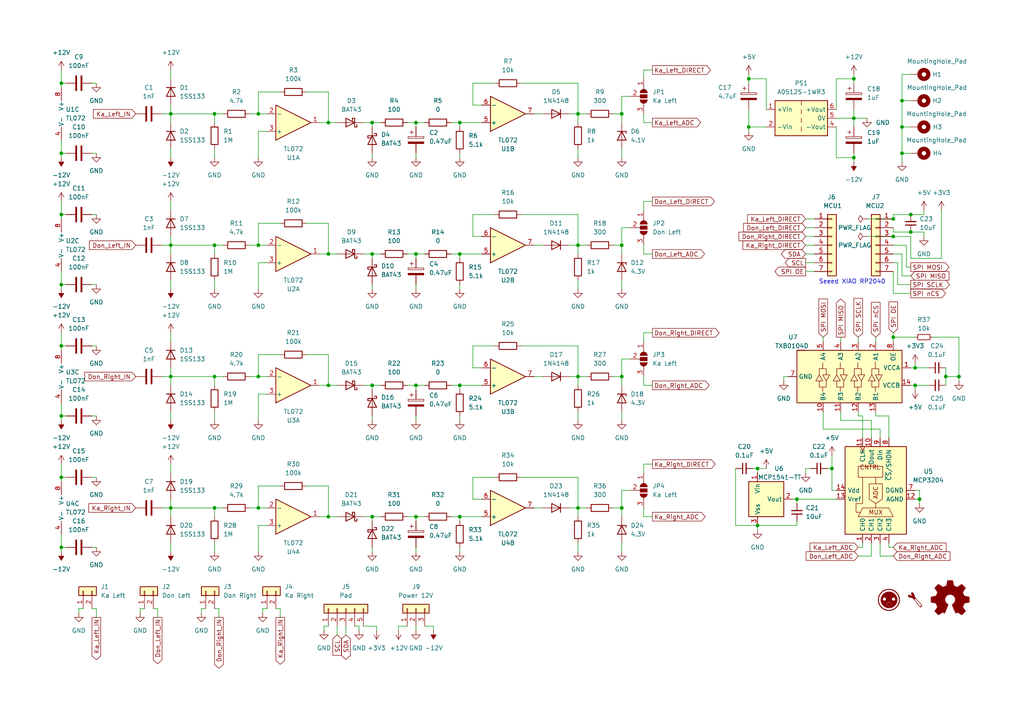
<source format=kicad_sch>
(kicad_sch (version 20230620) (generator eeschema)
  (paper "A4")
  (title_block (title "DonCon2040") (date "2023-07-27") (rev "5") (company "ravinrabbid"))
  (junction (at 120.65 35.56))
  (junction (at 180.34 71.12))
  (junction (at 133.35 35.56))
  (junction (at 17.78 100.33))
  (junction (at 17.78 138.43))
  (junction (at 219.71 152.4))
  (junction (at 62.23 71.12))
  (junction (at 247.65 45.72))
  (junction (at 266.7 144.78))
  (junction (at 95.25 35.56))
  (junction (at 49.53 109.22))
  (junction (at 17.78 62.23))
  (junction (at 265.43 111.76))
  (junction (at 120.65 111.76))
  (junction (at 17.78 44.45))
  (junction (at 74.93 109.22))
  (junction (at 259.08 68.58))
  (junction (at 167.64 147.32))
  (junction (at 95.25 73.66))
  (junction (at 107.95 149.86))
  (junction (at 74.93 71.12))
  (junction (at 261.62 36.83))
  (junction (at 49.53 147.32))
  (junction (at 107.95 35.56))
  (junction (at 180.34 109.22))
  (junction (at 133.35 111.76))
  (junction (at 74.93 33.02))
  (junction (at 62.23 147.32))
  (junction (at 217.17 36.83))
  (junction (at 274.32 109.22))
  (junction (at 107.95 111.76))
  (junction (at 167.64 71.12))
  (junction (at 62.23 33.02))
  (junction (at 133.35 149.86))
  (junction (at 120.65 149.86))
  (junction (at 167.64 33.02))
  (junction (at 62.23 109.22))
  (junction (at 74.93 147.32))
  (junction (at 265.43 106.68))
  (junction (at 261.62 44.45))
  (junction (at 247.65 34.29))
  (junction (at 133.35 73.66))
  (junction (at 17.78 24.13))
  (junction (at 259.08 97.79))
  (junction (at 49.53 33.02))
  (junction (at 217.17 22.86))
  (junction (at 264.16 62.23))
  (junction (at 95.25 111.76))
  (junction (at 17.78 158.75))
  (junction (at 17.78 120.65))
  (junction (at 261.62 29.21))
  (junction (at 120.65 73.66))
  (junction (at 278.13 109.22))
  (junction (at 167.64 109.22))
  (junction (at 219.71 135.89))
  (junction (at 264.16 67.31))
  (junction (at 107.95 73.66))
  (junction (at 95.25 149.86))
  (junction (at 180.34 33.02))
  (junction (at 17.78 82.55))
  (junction (at 231.14 144.78))
  (junction (at 180.34 147.32))
  (junction (at 247.65 22.86))
  (junction (at 241.3 135.89))
  (junction (at 259.08 63.5))
  (junction (at 49.53 71.12))
  (wire (pts (xy 264.16 106.68) (xy 265.43 106.68)))
  (wire (pts (xy 250.19 120.65) (xy 250.19 127)))
  (wire (pts (xy 107.95 35.56) (xy 110.49 35.56)))
  (wire (pts (xy 242.57 34.29) (xy 247.65 34.29)))
  (wire (pts (xy 115.57 181.61) (xy 118.11 181.61)))
  (wire (pts (xy 92.71 73.66) (xy 95.25 73.66)))
  (wire (pts (xy 151.13 24.13) (xy 167.64 24.13)))
  (wire (pts (xy 248.92 161.29) (xy 252.73 161.29)))
  (wire (pts (xy 58.42 176.53) (xy 59.69 176.53)))
  (wire (pts (xy 259.08 73.66) (xy 261.62 73.66)))
  (wire (pts (xy 186.69 134.62) (xy 189.23 134.62)))
  (wire (pts (xy 251.46 68.58) (xy 259.08 68.58)))
  (wire (pts (xy 49.53 71.12) (xy 49.53 73.66)))
  (wire (pts (xy 264.16 74.93) (xy 273.05 74.93)))
  (wire (pts (xy 26.67 82.55) (xy 27.94 82.55)))
  (wire (pts (xy 17.78 100.33) (xy 17.78 101.6)))
  (wire (pts (xy 167.64 109.22) (xy 165.1 109.22)))
  (wire (pts (xy 81.28 26.67) (xy 74.93 26.67)))
  (wire (pts (xy 49.53 147.32) (xy 62.23 147.32)))
  (wire (pts (xy 167.64 33.02) (xy 165.1 33.02)))
  (wire (pts (xy 180.34 119.38) (xy 180.34 121.92)))
  (wire (pts (xy 46.99 33.02) (xy 49.53 33.02)))
  (wire (pts (xy 107.95 111.76) (xy 110.49 111.76)))
  (wire (pts (xy 95.25 102.87) (xy 88.9 102.87)))
  (wire (pts (xy 26.67 24.13) (xy 27.94 24.13)))
  (wire (pts (xy 120.65 35.56) (xy 123.19 35.56)))
  (wire (pts (xy 259.08 78.74) (xy 259.08 85.09)))
  (wire (pts (xy 167.64 33.02) (xy 170.18 33.02)))
  (wire (pts (xy 255.27 161.29) (xy 255.27 157.48)))
  (wire (pts (xy 72.39 147.32) (xy 74.93 147.32)))
  (wire (pts (xy 255.27 124.46) (xy 255.27 127)))
  (wire (pts (xy 17.78 138.43) (xy 19.05 138.43)))
  (wire (pts (xy 234.95 135.89) (xy 233.68 135.89)))
  (wire (pts (xy 17.78 96.52) (xy 17.78 100.33)))
  (wire (pts (xy 264.16 111.76) (xy 265.43 111.76)))
  (wire (pts (xy 180.34 71.12) (xy 180.34 66.04)))
  (wire (pts (xy 49.53 147.32) (xy 49.53 149.86)))
  (wire (pts (xy 95.25 140.97) (xy 88.9 140.97)))
  (wire (pts (xy 247.65 22.86) (xy 247.65 24.13)))
  (wire (pts (xy 241.3 135.89) (xy 241.3 142.24)))
  (wire (pts (xy 74.93 76.2) (xy 74.93 83.82)))
  (wire (pts (xy 259.08 63.5) (xy 259.08 62.23)))
  (wire (pts (xy 254 120.65) (xy 257.81 120.65)))
  (wire (pts (xy 233.68 63.5) (xy 236.22 63.5)))
  (wire (pts (xy 49.53 109.22) (xy 49.53 111.76)))
  (wire (pts (xy 120.65 82.55) (xy 120.65 83.82)))
  (wire (pts (xy 167.64 147.32) (xy 165.1 147.32)))
  (wire (pts (xy 74.93 114.3) (xy 77.47 114.3)))
  (wire (pts (xy 107.95 73.66) (xy 110.49 73.66)))
  (wire (pts (xy 167.64 100.33) (xy 167.64 109.22)))
  (wire (pts (xy 242.57 36.83) (xy 242.57 45.72)))
  (wire (pts (xy 274.32 109.22) (xy 274.32 111.76)))
  (wire (pts (xy 242.57 22.86) (xy 247.65 22.86)))
  (wire (pts (xy 233.68 66.04) (xy 236.22 66.04)))
  (wire (pts (xy 26.67 158.75) (xy 27.94 158.75)))
  (wire (pts (xy 247.65 34.29) (xy 251.46 34.29)))
  (wire (pts (xy 267.97 67.31) (xy 267.97 68.58)))
  (wire (pts (xy 186.69 111.76) (xy 189.23 111.76)))
  (wire (pts (xy 219.71 135.89) (xy 219.71 137.16)))
  (wire (pts (xy 217.17 21.59) (xy 217.17 22.86)))
  (wire (pts (xy 120.65 35.56) (xy 120.65 36.83)))
  (wire (pts (xy 49.53 119.38) (xy 49.53 121.92)))
  (wire (pts (xy 72.39 33.02) (xy 74.93 33.02)))
  (wire (pts (xy 17.78 154.94) (xy 17.78 158.75)))
  (wire (pts (xy 133.35 149.86) (xy 133.35 151.13)))
  (wire (pts (xy 217.17 22.86) (xy 222.25 22.86)))
  (wire (pts (xy 62.23 71.12) (xy 62.23 73.66)))
  (wire (pts (xy 259.08 96.52) (xy 259.08 97.79)))
  (wire (pts (xy 107.95 158.75) (xy 107.95 160.02)))
  (wire (pts (xy 264.16 62.23) (xy 267.97 62.23)))
  (wire (pts (xy 137.16 100.33) (xy 137.16 106.68)))
  (wire (pts (xy 97.79 181.61) (xy 97.79 184.15)))
  (wire (pts (xy 22.86 177.8) (xy 22.86 176.53)))
  (wire (pts (xy 219.71 152.4) (xy 231.14 152.4)))
  (wire (pts (xy 251.46 63.5) (xy 259.08 63.5)))
  (wire (pts (xy 248.92 120.65) (xy 250.19 120.65)))
  (wire (pts (xy 229.87 144.78) (xy 231.14 144.78)))
  (wire (pts (xy 95.25 35.56) (xy 97.79 35.56)))
  (wire (pts (xy 231.14 144.78) (xy 242.57 144.78)))
  (wire (pts (xy 233.68 71.12) (xy 236.22 71.12)))
  (wire (pts (xy 74.93 64.77) (xy 74.93 71.12)))
  (wire (pts (xy 278.13 97.79) (xy 278.13 109.22)))
  (wire (pts (xy 74.93 76.2) (xy 77.47 76.2)))
  (wire (pts (xy 120.65 149.86) (xy 123.19 149.86)))
  (wire (pts (xy 250.19 158.75) (xy 250.19 157.48)))
  (wire (pts (xy 180.34 81.28) (xy 180.34 83.82)))
  (wire (pts (xy 40.64 176.53) (xy 41.91 176.53)))
  (wire (pts (xy 167.64 71.12) (xy 167.64 73.66)))
  (wire (pts (xy 95.25 73.66) (xy 95.25 64.77)))
  (wire (pts (xy 167.64 138.43) (xy 167.64 147.32)))
  (wire (pts (xy 40.64 177.8) (xy 40.64 176.53)))
  (wire (pts (xy 243.84 121.92) (xy 252.73 121.92)))
  (wire (pts (xy 217.17 36.83) (xy 222.25 36.83)))
  (wire (pts (xy 133.35 73.66) (xy 139.7 73.66)))
  (wire (pts (xy 257.81 120.65) (xy 257.81 127)))
  (wire (pts (xy 81.28 102.87) (xy 74.93 102.87)))
  (wire (pts (xy 137.16 30.48) (xy 139.7 30.48)))
  (wire (pts (xy 63.5 179.07) (xy 63.5 176.53)))
  (wire (pts (xy 45.72 176.53) (xy 44.45 176.53)))
  (wire (pts (xy 120.65 73.66) (xy 123.19 73.66)))
  (wire (pts (xy 259.08 76.2) (xy 260.35 76.2)))
  (wire (pts (xy 180.34 66.04) (xy 182.88 66.04)))
  (wire (pts (xy 17.78 100.33) (xy 19.05 100.33)))
  (wire (pts (xy 186.69 109.22) (xy 186.69 111.76)))
  (wire (pts (xy 49.53 134.62) (xy 49.53 137.16)))
  (wire (pts (xy 133.35 35.56) (xy 133.35 36.83)))
  (wire (pts (xy 154.94 147.32) (xy 157.48 147.32)))
  (wire (pts (xy 74.93 38.1) (xy 74.93 45.72)))
  (wire (pts (xy 243.84 119.38) (xy 243.84 121.92)))
  (wire (pts (xy 265.43 111.76) (xy 269.24 111.76)))
  (wire (pts (xy 17.78 116.84) (xy 17.78 120.65)))
  (wire (pts (xy 133.35 149.86) (xy 139.7 149.86)))
  (wire (pts (xy 62.23 43.18) (xy 62.23 45.72)))
  (wire (pts (xy 217.17 31.75) (xy 217.17 36.83)))
  (wire (pts (xy 177.8 33.02) (xy 180.34 33.02)))
  (wire (pts (xy 137.16 106.68) (xy 139.7 106.68)))
  (wire (pts (xy 109.22 181.61) (xy 105.41 181.61)))
  (wire (pts (xy 76.2 176.53) (xy 77.47 176.53)))
  (wire (pts (xy 233.68 135.89) (xy 233.68 137.16)))
  (wire (pts (xy 266.7 144.78) (xy 266.7 146.05)))
  (wire (pts (xy 120.65 73.66) (xy 120.65 74.93)))
  (wire (pts (xy 186.69 99.06) (xy 186.69 96.52)))
  (wire (pts (xy 17.78 20.32) (xy 17.78 24.13)))
  (wire (pts (xy 259.08 85.09) (xy 264.16 85.09)))
  (wire (pts (xy 133.35 111.76) (xy 133.35 113.03)))
  (wire (pts (xy 257.81 158.75) (xy 257.81 157.48)))
  (wire (pts (xy 49.53 33.02) (xy 49.53 35.56)))
  (wire (pts (xy 261.62 44.45) (xy 261.62 46.99)))
  (wire (pts (xy 133.35 73.66) (xy 133.35 74.93)))
  (wire (pts (xy 270.51 97.79) (xy 278.13 97.79)))
  (wire (pts (xy 74.93 38.1) (xy 77.47 38.1)))
  (wire (pts (xy 130.81 35.56) (xy 133.35 35.56)))
  (wire (pts (xy 74.93 140.97) (xy 74.93 147.32)))
  (wire (pts (xy 243.84 97.79) (xy 243.84 99.06)))
  (wire (pts (xy 143.51 138.43) (xy 137.16 138.43)))
  (wire (pts (xy 58.42 177.8) (xy 58.42 176.53)))
  (wire (pts (xy 105.41 149.86) (xy 107.95 149.86)))
  (wire (pts (xy 167.64 119.38) (xy 167.64 121.92)))
  (wire (pts (xy 95.25 111.76) (xy 97.79 111.76)))
  (wire (pts (xy 186.69 20.32) (xy 189.23 20.32)))
  (wire (pts (xy 120.65 44.45) (xy 120.65 45.72)))
  (wire (pts (xy 180.34 27.94) (xy 180.34 33.02)))
  (wire (pts (xy 72.39 109.22) (xy 74.93 109.22)))
  (wire (pts (xy 17.78 40.64) (xy 17.78 44.45)))
  (wire (pts (xy 180.34 157.48) (xy 180.34 160.02)))
  (wire (pts (xy 233.68 78.74) (xy 236.22 78.74)))
  (wire (pts (xy 151.13 138.43) (xy 167.64 138.43)))
  (wire (pts (xy 22.86 176.53) (xy 24.13 176.53)))
  (wire (pts (xy 62.23 109.22) (xy 62.23 111.76)))
  (wire (pts (xy 17.78 44.45) (xy 19.05 44.45)))
  (wire (pts (xy 265.43 142.24) (xy 266.7 142.24)))
  (wire (pts (xy 17.78 138.43) (xy 17.78 139.7)))
  (wire (pts (xy 49.53 68.58) (xy 49.53 71.12)))
  (wire (pts (xy 95.25 26.67) (xy 88.9 26.67)))
  (wire (pts (xy 26.67 138.43) (xy 27.94 138.43)))
  (wire (pts (xy 231.14 151.13) (xy 231.14 152.4)))
  (wire (pts (xy 222.25 22.86) (xy 222.25 31.75)))
  (wire (pts (xy 137.16 62.23) (xy 137.16 68.58)))
  (wire (pts (xy 167.64 109.22) (xy 167.64 111.76)))
  (wire (pts (xy 107.95 73.66) (xy 107.95 74.93)))
  (wire (pts (xy 177.8 147.32) (xy 180.34 147.32)))
  (wire (pts (xy 264.16 68.58) (xy 264.16 74.93)))
  (wire (pts (xy 233.68 68.58) (xy 236.22 68.58)))
  (wire (pts (xy 180.34 147.32) (xy 180.34 149.86)))
  (wire (pts (xy 81.28 64.77) (xy 74.93 64.77)))
  (wire (pts (xy 26.67 100.33) (xy 27.94 100.33)))
  (wire (pts (xy 242.57 31.75) (xy 242.57 22.86)))
  (wire (pts (xy 109.22 181.61) (xy 109.22 182.88)))
  (wire (pts (xy 74.93 33.02) (xy 77.47 33.02)))
  (wire (pts (xy 186.69 35.56) (xy 189.23 35.56)))
  (wire (pts (xy 261.62 29.21) (xy 264.16 29.21)))
  (wire (pts (xy 74.93 102.87) (xy 74.93 109.22)))
  (wire (pts (xy 107.95 149.86) (xy 107.95 151.13)))
  (wire (pts (xy 137.16 138.43) (xy 137.16 144.78)))
  (wire (pts (xy 133.35 35.56) (xy 139.7 35.56)))
  (wire (pts (xy 107.95 82.55) (xy 107.95 83.82)))
  (wire (pts (xy 95.25 149.86) (xy 95.25 140.97)))
  (wire (pts (xy 49.53 144.78) (xy 49.53 147.32)))
  (wire (pts (xy 62.23 157.48) (xy 62.23 160.02)))
  (wire (pts (xy 81.28 140.97) (xy 74.93 140.97)))
  (wire (pts (xy 167.64 157.48) (xy 167.64 160.02)))
  (wire (pts (xy 62.23 33.02) (xy 49.53 33.02)))
  (wire (pts (xy 49.53 58.42) (xy 49.53 60.96)))
  (wire (pts (xy 102.87 181.61) (xy 104.14 181.61)))
  (wire (pts (xy 107.95 111.76) (xy 107.95 113.03)))
  (wire (pts (xy 262.89 77.47) (xy 264.16 77.47)))
  (wire (pts (xy 260.35 82.55) (xy 264.16 82.55)))
  (wire (pts (xy 180.34 43.18) (xy 180.34 45.72)))
  (wire (pts (xy 261.62 73.66) (xy 261.62 80.01)))
  (wire (pts (xy 104.14 181.61) (xy 104.14 182.88)))
  (wire (pts (xy 167.64 24.13) (xy 167.64 33.02)))
  (wire (pts (xy 17.78 158.75) (xy 17.78 160.02)))
  (wire (pts (xy 49.53 81.28) (xy 49.53 83.82)))
  (wire (pts (xy 17.78 134.62) (xy 17.78 138.43)))
  (wire (pts (xy 46.99 147.32) (xy 49.53 147.32)))
  (wire (pts (xy 213.36 135.89) (xy 213.36 152.4)))
  (wire (pts (xy 252.73 121.92) (xy 252.73 127)))
  (wire (pts (xy 151.13 100.33) (xy 167.64 100.33)))
  (wire (pts (xy 64.77 109.22) (xy 62.23 109.22)))
  (wire (pts (xy 213.36 152.4) (xy 219.71 152.4)))
  (wire (pts (xy 62.23 109.22) (xy 49.53 109.22)))
  (wire (pts (xy 133.35 82.55) (xy 133.35 83.82)))
  (wire (pts (xy 27.94 176.53) (xy 26.67 176.53)))
  (wire (pts (xy 74.93 114.3) (xy 74.93 121.92)))
  (wire (pts (xy 17.78 78.74) (xy 17.78 82.55)))
  (wire (pts (xy 222.25 135.89) (xy 219.71 135.89)))
  (wire (pts (xy 81.28 179.07) (xy 81.28 176.53)))
  (wire (pts (xy 118.11 35.56) (xy 120.65 35.56)))
  (wire (pts (xy 130.81 149.86) (xy 133.35 149.86)))
  (wire (pts (xy 107.95 120.65) (xy 107.95 121.92)))
  (wire (pts (xy 259.08 158.75) (xy 257.81 158.75)))
  (wire (pts (xy 247.65 34.29) (xy 247.65 36.83)))
  (wire (pts (xy 261.62 80.01) (xy 264.16 80.01)))
  (wire (pts (xy 118.11 111.76) (xy 120.65 111.76)))
  (wire (pts (xy 265.43 111.76) (xy 265.43 113.03)))
  (wire (pts (xy 105.41 111.76) (xy 107.95 111.76)))
  (wire (pts (xy 107.95 149.86) (xy 110.49 149.86)))
  (wire (pts (xy 26.67 62.23) (xy 27.94 62.23)))
  (wire (pts (xy 167.64 81.28) (xy 167.64 83.82)))
  (wire (pts (xy 133.35 158.75) (xy 133.35 160.02)))
  (wire (pts (xy 273.05 74.93) (xy 273.05 60.96)))
  (wire (pts (xy 92.71 111.76) (xy 95.25 111.76)))
  (wire (pts (xy 26.67 120.65) (xy 27.94 120.65)))
  (wire (pts (xy 261.62 36.83) (xy 261.62 44.45)))
  (wire (pts (xy 17.78 62.23) (xy 19.05 62.23)))
  (wire (pts (xy 120.65 111.76) (xy 120.65 113.03)))
  (wire (pts (xy 265.43 106.68) (xy 269.24 106.68)))
  (wire (pts (xy 248.92 97.79) (xy 248.92 99.06)))
  (wire (pts (xy 49.53 157.48) (xy 49.53 160.02)))
  (wire (pts (xy 238.76 119.38) (xy 238.76 124.46)))
  (wire (pts (xy 62.23 147.32) (xy 62.23 149.86)))
  (wire (pts (xy 167.64 109.22) (xy 170.18 109.22)))
  (wire (pts (xy 186.69 22.86) (xy 186.69 20.32)))
  (wire (pts (xy 186.69 58.42) (xy 189.23 58.42)))
  (wire (pts (xy 265.43 105.41) (xy 265.43 106.68)))
  (wire (pts (xy 17.78 58.42) (xy 17.78 62.23)))
  (wire (pts (xy 81.28 176.53) (xy 80.01 176.53)))
  (wire (pts (xy 186.69 33.02) (xy 186.69 35.56)))
  (wire (pts (xy 17.78 44.45) (xy 17.78 45.72)))
  (wire (pts (xy 154.94 71.12) (xy 157.48 71.12)))
  (wire (pts (xy 133.35 44.45) (xy 133.35 45.72)))
  (wire (pts (xy 261.62 36.83) (xy 264.16 36.83)))
  (wire (pts (xy 74.93 71.12) (xy 77.47 71.12)))
  (wire (pts (xy 247.65 45.72) (xy 247.65 46.99)))
  (wire (pts (xy 120.65 158.75) (xy 120.65 160.02)))
  (wire (pts (xy 259.08 62.23) (xy 264.16 62.23)))
  (wire (pts (xy 49.53 20.32) (xy 49.53 22.86)))
  (wire (pts (xy 120.65 120.65) (xy 120.65 121.92)))
  (wire (pts (xy 259.08 97.79) (xy 259.08 99.06)))
  (wire (pts (xy 62.23 119.38) (xy 62.23 121.92)))
  (wire (pts (xy 17.78 82.55) (xy 19.05 82.55)))
  (wire (pts (xy 219.71 152.4) (xy 219.71 153.67)))
  (wire (pts (xy 154.94 33.02) (xy 157.48 33.02)))
  (wire (pts (xy 46.99 109.22) (xy 49.53 109.22)))
  (wire (pts (xy 93.98 181.61) (xy 93.98 182.88)))
  (wire (pts (xy 180.34 142.24) (xy 180.34 147.32)))
  (wire (pts (xy 259.08 161.29) (xy 255.27 161.29)))
  (wire (pts (xy 115.57 181.61) (xy 115.57 182.88)))
  (wire (pts (xy 74.93 152.4) (xy 77.47 152.4)))
  (wire (pts (xy 95.25 111.76) (xy 95.25 102.87)))
  (wire (pts (xy 72.39 71.12) (xy 74.93 71.12)))
  (wire (pts (xy 218.44 135.89) (xy 219.71 135.89)))
  (wire (pts (xy 261.62 21.59) (xy 261.62 29.21)))
  (wire (pts (xy 49.53 96.52) (xy 49.53 99.06)))
  (wire (pts (xy 105.41 35.56) (xy 107.95 35.56)))
  (wire (pts (xy 252.73 161.29) (xy 252.73 157.48)))
  (wire (pts (xy 254 119.38) (xy 254 120.65)))
  (wire (pts (xy 76.2 177.8) (xy 76.2 176.53)))
  (wire (pts (xy 17.78 82.55) (xy 17.78 83.82)))
  (wire (pts (xy 125.73 181.61) (xy 123.19 181.61)))
  (wire (pts (xy 248.92 119.38) (xy 248.92 120.65)))
  (wire (pts (xy 130.81 111.76) (xy 133.35 111.76)))
  (wire (pts (xy 236.22 76.2) (xy 233.68 76.2)))
  (wire (pts (xy 186.69 73.66) (xy 189.23 73.66)))
  (wire (pts (xy 63.5 176.53) (xy 62.23 176.53)))
  (wire (pts (xy 143.51 62.23) (xy 137.16 62.23)))
  (wire (pts (xy 177.8 109.22) (xy 180.34 109.22)))
  (wire (pts (xy 17.78 24.13) (xy 17.78 25.4)))
  (wire (pts (xy 167.64 71.12) (xy 170.18 71.12)))
  (wire (pts (xy 92.71 149.86) (xy 95.25 149.86)))
  (wire (pts (xy 95.25 149.86) (xy 97.79 149.86)))
  (wire (pts (xy 74.93 147.32) (xy 77.47 147.32)))
  (wire (pts (xy 100.33 181.61) (xy 100.33 184.15)))
  (wire (pts (xy 180.34 71.12) (xy 180.34 73.66)))
  (wire (pts (xy 46.99 71.12) (xy 49.53 71.12)))
  (wire (pts (xy 17.78 24.13) (xy 19.05 24.13)))
  (wire (pts (xy 74.93 109.22) (xy 77.47 109.22)))
  (wire (pts (xy 259.08 67.31) (xy 264.16 67.31)))
  (wire (pts (xy 17.78 62.23) (xy 17.78 63.5)))
  (wire (pts (xy 180.34 33.02) (xy 180.34 35.56)))
  (wire (pts (xy 49.53 43.18) (xy 49.53 45.72)))
  (wire (pts (xy 247.65 21.59) (xy 247.65 22.86)))
  (wire (pts (xy 95.25 181.61) (xy 93.98 181.61)))
  (wire (pts (xy 107.95 35.56) (xy 107.95 36.83)))
  (wire (pts (xy 120.65 149.86) (xy 120.65 151.13)))
  (wire (pts (xy 17.78 120.65) (xy 19.05 120.65)))
  (wire (pts (xy 265.43 144.78) (xy 266.7 144.78)))
  (wire (pts (xy 259.08 71.12) (xy 262.89 71.12)))
  (wire (pts (xy 182.88 104.14) (xy 180.34 104.14)))
  (wire (pts (xy 137.16 144.78) (xy 139.7 144.78)))
  (wire (pts (xy 167.64 62.23) (xy 167.64 71.12)))
  (wire (pts (xy 151.13 62.23) (xy 167.64 62.23)))
  (wire (pts (xy 120.65 111.76) (xy 123.19 111.76)))
  (wire (pts (xy 186.69 137.16) (xy 186.69 134.62)))
  (wire (pts (xy 186.69 147.32) (xy 186.69 149.86)))
  (wire (pts (xy 95.25 35.56) (xy 95.25 26.67)))
  (wire (pts (xy 217.17 38.1) (xy 217.17 36.83)))
  (wire (pts (xy 95.25 73.66) (xy 97.79 73.66)))
  (wire (pts (xy 180.34 104.14) (xy 180.34 109.22)))
  (wire (pts (xy 133.35 111.76) (xy 139.7 111.76)))
  (wire (pts (xy 241.3 142.24) (xy 242.57 142.24)))
  (wire (pts (xy 278.13 109.22) (xy 274.32 109.22)))
  (wire (pts (xy 74.93 26.67) (xy 74.93 33.02)))
  (wire (pts (xy 74.93 152.4) (xy 74.93 160.02)))
  (wire (pts (xy 262.89 71.12) (xy 262.89 77.47)))
  (wire (pts (xy 227.33 109.22) (xy 228.6 109.22)))
  (wire (pts (xy 49.53 30.48) (xy 49.53 33.02)))
  (wire (pts (xy 238.76 97.79) (xy 238.76 99.06)))
  (wire (pts (xy 261.62 29.21) (xy 261.62 36.83)))
  (wire (pts (xy 130.81 73.66) (xy 133.35 73.66)))
  (wire (pts (xy 167.64 147.32) (xy 167.64 149.86)))
  (wire (pts (xy 254 97.79) (xy 254 99.06)))
  (wire (pts (xy 167.64 43.18) (xy 167.64 45.72)))
  (wire (pts (xy 274.32 106.68) (xy 274.32 109.22)))
  (wire (pts (xy 240.03 135.89) (xy 241.3 135.89)))
  (wire (pts (xy 177.8 71.12) (xy 180.34 71.12)))
  (wire (pts (xy 247.65 45.72) (xy 247.65 44.45)))
  (wire (pts (xy 62.23 71.12) (xy 49.53 71.12)))
  (wire (pts (xy 133.35 120.65) (xy 133.35 121.92)))
  (wire (pts (xy 259.08 66.04) (xy 259.08 67.31)))
  (wire (pts (xy 64.77 33.02) (xy 62.23 33.02)))
  (wire (pts (xy 278.13 110.49) (xy 278.13 109.22)))
  (wire (pts (xy 137.16 24.13) (xy 137.16 30.48)))
  (wire (pts (xy 242.57 45.72) (xy 247.65 45.72)))
  (wire (pts (xy 261.62 21.59) (xy 264.16 21.59)))
  (wire (pts (xy 64.77 71.12) (xy 62.23 71.12)))
  (wire (pts (xy 17.78 120.65) (xy 17.78 121.92)))
  (wire (pts (xy 95.25 64.77) (xy 88.9 64.77)))
  (wire (pts (xy 45.72 179.07) (xy 45.72 176.53)))
  (wire (pts (xy 105.41 73.66) (xy 107.95 73.66)))
  (wire (pts (xy 261.62 44.45) (xy 264.16 44.45)))
  (wire (pts (xy 143.51 100.33) (xy 137.16 100.33)))
  (wire (pts (xy 266.7 142.24) (xy 266.7 144.78)))
  (wire (pts (xy 26.67 44.45) (xy 27.94 44.45)))
  (wire (pts (xy 167.64 71.12) (xy 165.1 71.12)))
  (wire (pts (xy 125.73 182.88) (xy 125.73 181.61)))
  (wire (pts (xy 27.94 179.07) (xy 27.94 176.53)))
  (wire (pts (xy 120.65 182.88) (xy 120.65 181.61)))
  (wire (pts (xy 186.69 149.86) (xy 189.23 149.86)))
  (wire (pts (xy 233.68 73.66) (xy 236.22 73.66)))
  (wire (pts (xy 154.94 109.22) (xy 157.48 109.22)))
  (wire (pts (xy 264.16 67.31) (xy 267.97 67.31)))
  (wire (pts (xy 241.3 132.08) (xy 241.3 135.89)))
  (wire (pts (xy 107.95 44.45) (xy 107.95 45.72)))
  (wire (pts (xy 167.64 33.02) (xy 167.64 35.56)))
  (wire (pts (xy 182.88 142.24) (xy 180.34 142.24)))
  (wire (pts (xy 238.76 124.46) (xy 255.27 124.46)))
  (wire (pts (xy 167.64 147.32) (xy 170.18 147.32)))
  (wire (pts (xy 62.23 33.02) (xy 62.23 35.56)))
  (wire (pts (xy 217.17 22.86) (xy 217.17 24.13)))
  (wire (pts (xy 118.11 149.86) (xy 120.65 149.86)))
  (wire (pts (xy 17.78 158.75) (xy 19.05 158.75)))
  (wire (pts (xy 92.71 35.56) (xy 95.25 35.56)))
  (wire (pts (xy 186.69 71.12) (xy 186.69 73.66)))
  (wire (pts (xy 267.97 62.23) (xy 267.97 60.96)))
  (wire (pts (xy 182.88 27.94) (xy 180.34 27.94)))
  (wire (pts (xy 64.77 147.32) (xy 62.23 147.32)))
  (wire (pts (xy 180.34 109.22) (xy 180.34 111.76)))
  (wire (pts (xy 137.16 68.58) (xy 139.7 68.58)))
  (wire (pts (xy 186.69 60.96) (xy 186.69 58.42)))
  (wire (pts (xy 231.14 144.78) (xy 231.14 146.05)))
  (wire (pts (xy 227.33 109.22) (xy 227.33 110.49)))
  (wire (pts (xy 259.08 68.58) (xy 264.16 68.58)))
  (wire (pts (xy 250.19 158.75) (xy 248.92 158.75)))
  (wire (pts (xy 143.51 24.13) (xy 137.16 24.13)))
  (wire (pts (xy 118.11 73.66) (xy 120.65 73.66)))
  (wire (pts (xy 62.23 81.28) (xy 62.23 83.82)))
  (wire (pts (xy 49.53 106.68) (xy 49.53 109.22)))
  (wire (pts (xy 247.65 31.75) (xy 247.65 34.29)))
  (wire (pts (xy 186.69 96.52) (xy 189.23 96.52)))
  (wire (pts (xy 259.08 97.79) (xy 265.43 97.79)))
  (wire (pts (xy 260.35 76.2) (xy 260.35 82.55)))
  (text "Seeed XIAO RP2040" (exclude_from_sim yes) (at 237.49 82.55 0) (effects (font (size 1.27 1.27)) (justify left bottom)))
  (global_label "Don_Right_ADC" (shape input) (at 259.08 161.29 0) (property "Intersheetrefs" "${INTERSHEET_REFS}" (effects hide)))
  (global_label "Ka_Right_ADC" (shape input) (at 259.08 158.75 0) (property "Intersheetrefs" "${INTERSHEET_REFS}" (effects hide)))
  (global_label "SPI nCS" (shape input) (at 254 97.79 90) (property "Intersheetrefs" "${INTERSHEET_REFS}" (effects hide)))
  (global_label "SPI OE" (shape input) (at 259.08 96.52 90) (property "Intersheetrefs" "${INTERSHEET_REFS}" (effects hide)))
  (global_label "Don_Right_IN" (shape output) (at 63.5 179.07 270) (property "Intersheetrefs" "${INTERSHEET_REFS}" (effects hide)))
  (global_label "SPI MISO" (shape input) (at 264.16 80.01 0) (property "Intersheetrefs" "${INTERSHEET_REFS}" (effects hide)))
  (global_label "SDA" (shape bidirectional) (at 233.68 73.66 180) (property "Intersheetrefs" "${INTERSHEET_REFS}" (effects hide)))
  (global_label "Don_Left_IN" (shape output) (at 45.72 179.07 270) (property "Intersheetrefs" "${INTERSHEET_REFS}" (effects hide)))
  (global_label "Don_Right_DIRECT" (shape output) (at 189.23 96.52 0) (property "Intersheetrefs" "${INTERSHEET_REFS}" (effects hide)))
  (global_label "Ka_Left_DIRECT" (shape output) (at 189.23 20.32 0) (property "Intersheetrefs" "${INTERSHEET_REFS}" (effects hide)))
  (global_label "Ka_Right_DIRECT" (shape input) (at 233.68 71.12 180) (property "Intersheetrefs" "${INTERSHEET_REFS}" (effects hide)))
  (global_label "Don_Left_ADC" (shape input) (at 248.92 161.29 180) (property "Intersheetrefs" "${INTERSHEET_REFS}" (effects hide)))
  (global_label "Ka_Right_IN" (shape input) (at 39.37 147.32 180) (property "Intersheetrefs" "${INTERSHEET_REFS}" (effects hide)))
  (global_label "Ka_Right_DIRECT" (shape output) (at 189.23 134.62 0) (property "Intersheetrefs" "${INTERSHEET_REFS}" (effects hide)))
  (global_label "SPI MOSI" (shape input) (at 238.76 97.79 90) (property "Intersheetrefs" "${INTERSHEET_REFS}" (effects hide)))
  (global_label "Ka_Left_DIRECT" (shape input) (at 233.68 63.5 180) (property "Intersheetrefs" "${INTERSHEET_REFS}" (effects hide)))
  (global_label "Ka_Right_IN" (shape output) (at 81.28 179.07 270) (property "Intersheetrefs" "${INTERSHEET_REFS}" (effects hide)))
  (global_label "Don_Left_DIRECT" (shape output) (at 189.23 58.42 0) (property "Intersheetrefs" "${INTERSHEET_REFS}" (effects hide)))
  (global_label "Don_Right_DIRECT" (shape input) (at 233.68 68.58 180) (property "Intersheetrefs" "${INTERSHEET_REFS}" (effects hide)))
  (global_label "SPI SCLK" (shape output) (at 264.16 82.55 0) (property "Intersheetrefs" "${INTERSHEET_REFS}" (effects hide)))
  (global_label "SPI MISO" (shape output) (at 243.84 97.79 90) (property "Intersheetrefs" "${INTERSHEET_REFS}" (effects hide)))
  (global_label "Ka_Left_ADC" (shape input) (at 248.92 158.75 180) (property "Intersheetrefs" "${INTERSHEET_REFS}" (effects hide)))
  (global_label "Don_Left_ADC" (shape output) (at 189.23 73.66 0) (property "Intersheetrefs" "${INTERSHEET_REFS}" (effects hide)))
  (global_label "SPI OE" (shape output) (at 233.68 78.74 180) (property "Intersheetrefs" "${INTERSHEET_REFS}" (effects hide)))
  (global_label "Don_Right_ADC" (shape output) (at 189.23 111.76 0) (property "Intersheetrefs" "${INTERSHEET_REFS}" (effects hide)))
  (global_label "Don_Left_IN" (shape input) (at 39.37 71.12 180) (property "Intersheetrefs" "${INTERSHEET_REFS}" (effects hide)))
  (global_label "Ka_Left_IN" (shape output) (at 27.94 179.07 270) (property "Intersheetrefs" "${INTERSHEET_REFS}" (effects hide)))
  (global_label "Don_Left_DIRECT" (shape input) (at 233.68 66.04 180) (property "Intersheetrefs" "${INTERSHEET_REFS}" (effects hide)))
  (global_label "SDA" (shape bidirectional) (at 100.33 184.15 270) (property "Intersheetrefs" "${INTERSHEET_REFS}" (effects hide)))
  (global_label "Ka_Left_ADC" (shape output) (at 189.23 35.56 0) (property "Intersheetrefs" "${INTERSHEET_REFS}" (effects hide)))
  (global_label "Ka_Right_ADC" (shape output) (at 189.23 149.86 0) (property "Intersheetrefs" "${INTERSHEET_REFS}" (effects hide)))
  (global_label "SPI SCLK" (shape input) (at 248.92 97.79 90) (property "Intersheetrefs" "${INTERSHEET_REFS}" (effects hide)))
  (global_label "Ka_Left_IN" (shape input) (at 39.37 33.02 180) (property "Intersheetrefs" "${INTERSHEET_REFS}" (effects hide)))
  (global_label "SCL" (shape output) (at 233.68 76.2 180) (property "Intersheetrefs" "${INTERSHEET_REFS}" (effects hide)))
  (global_label "SPI MOSI" (shape output) (at 264.16 77.47 0) (property "Intersheetrefs" "${INTERSHEET_REFS}" (effects hide)))
  (global_label "SCL" (shape input) (at 97.79 184.15 270) (property "Intersheetrefs" "${INTERSHEET_REFS}" (effects hide)))
  (global_label "Don_Right_IN" (shape input) (at 39.37 109.22 180) (property "Intersheetrefs" "${INTERSHEET_REFS}" (effects hide)))
  (global_label "SPI nCS" (shape output) (at 264.16 85.09 0) (property "Intersheetrefs" "${INTERSHEET_REFS}" (effects hide)))
  (symbol (lib_id "power:GND") (at 233.68 137.16 0) (unit 1)
    (property "Reference" "#PWR079" (effects hide))
    (property "Value" "GND" (at 233.68 142.24 0))
  )
  (symbol (lib_id "power:GND") (at 180.34 83.82 0) (unit 1)
    (property "Reference" "#PWR022" (effects hide))
    (property "Value" "GND" (at 180.34 88.9 0))
  )
  (symbol (lib_id "Diode:1N4148") (at 49.53 102.87 270) (unit 1)
    (property "Reference" "D13" (at 52.07 101.6 90) (effects (justify left)))
    (property "Value" "1SS133" (at 52.07 104.14 90) (effects (justify left)))
    (property "Footprint" "Diode_THT:D_DO-35_SOD27_P7.62mm_Horizontal" (effects hide))
    (property "Datasheet" "https://assets.nexperia.com/documents/data-sheet/1N4148_1N4448.pdf" (effects hide))
    (property "Sim.Device" "D" (effects hide))
    (property "Sim.Pins" "1=K 2=A" (effects hide))
  )
  (symbol (lib_id "power:GND") (at 267.97 68.58 0) (unit 1)
    (property "Reference" "#PWR061" (effects hide))
    (property "Value" "GND" (at 267.97 73.66 0))
  )
  (symbol (lib_id "Mechanical:MountingHole_Pad") (at 266.7 29.21 270) (unit 1)
    (property "Reference" "H2" (at 271.78 29.21 90))
    (property "Value" "MountingHole_Pad" (at 271.78 25.4 90))
    (property "Footprint" "MountingHole:MountingHole_4.5mm_Pad_TopOnly" (effects hide))
  )
  (symbol (lib_id "Device:R") (at 167.64 39.37 180) (unit 1)
    (property "Reference" "R8" (at 170.18 38.1 0) (effects (justify right)))
    (property "Value" "1k" (at 170.18 40.64 0) (effects (justify right)))
    (property "Footprint" "Resistor_THT:R_Axial_DIN0207_L6.3mm_D2.5mm_P7.62mm_Horizontal" (effects hide))
  )
  (symbol (lib_id "power:GND") (at 180.34 45.72 0) (unit 1)
    (property "Reference" "#PWR011" (effects hide))
    (property "Value" "GND" (at 180.34 50.8 0))
  )
  (symbol (lib_id "power:GND") (at 217.17 38.1 0) (unit 1)
    (property "Reference" "#PWR064" (effects hide))
    (property "Value" "GND" (at 217.17 43.18 0))
  )
  (symbol (lib_id "power:PWR_FLAG") (at 251.46 63.5 90) (unit 1)
    (property "Reference" "#FLG01" (effects hide))
    (property "Value" "PWR_FLAG" (at 252.73 66.04 90) (effects (justify left)))
  )
  (symbol (lib_id "CustomLogos:Leek") (at 265.43 173.99 0) (unit 1) (in_bom no) (on_board no)
    (property "Reference" "#SYM3" (effects hide))
    (property "Value" "Leek" (effects hide))
    (property "Sim.Enable" "0" (effects hide))
  )
  (symbol (lib_id "power:+12V") (at 49.53 96.52 0) (unit 1)
    (property "Reference" "#PWR025" (effects hide))
    (property "Value" "+12V" (at 49.53 91.44 0))
  )
  (symbol (lib_id "power:GND") (at 120.65 83.82 0) (unit 1)
    (property "Reference" "#PWR019" (effects hide))
    (property "Value" "GND" (at 120.65 88.9 0))
  )
  (symbol (lib_id "power:+3V3") (at 109.22 182.88 180) (unit 1)
    (property "Reference" "#PWR058" (effects hide))
    (property "Value" "+3V3" (at 109.22 187.96 0))
  )
  (symbol (lib_id "power:GND") (at 58.42 177.8 0) (unit 1)
    (property "Reference" "#PWR055" (effects hide))
    (property "Value" "GND" (at 58.42 182.88 0))
  )
  (symbol (lib_id "power:+5V") (at 217.17 21.59 0) (unit 1)
    (property "Reference" "#PWR062" (effects hide))
    (property "Value" "+5V" (at 217.17 16.51 0))
  )
  (symbol (lib_id "Device:R") (at 85.09 26.67 90) (unit 1)
    (property "Reference" "R3" (at 85.09 20.32 90))
    (property "Value" "100k" (at 85.09 22.86 90))
    (property "Footprint" "Resistor_THT:R_Axial_DIN0207_L6.3mm_D2.5mm_P7.62mm_Horizontal" (effects hide))
  )
  (symbol (lib_id "Amplifier_Operational:TL072") (at 147.32 109.22 0) (mirror x) (unit 2)
    (property "Reference" "U3" (at 147.32 119.38 0))
    (property "Value" "TL072" (at 147.32 116.84 0))
    (property "Footprint" "Package_DIP:DIP-8_W7.62mm_Socket" (effects hide))
    (property "Datasheet" "http://www.ti.com/lit/ds/symlink/tl071.pdf" (effects hide))
  )
  (symbol (lib_id "Converter_DCDC:IA0512S") (at 232.41 34.29 0) (unit 1)
    (property "Reference" "PS1" (at 232.41 24.13 0))
    (property "Value" "A0512S-1WR3" (at 232.41 26.67 0))
    (property "Footprint" "Converter_DCDC:Converter_DCDC_XP_POWER-IAxxxxS_THT" (effects hide))
    (property "Datasheet" "https://www.xppower.com/pdfs/SF_IA.pdf" (effects hide))
  )
  (symbol (lib_id "Device:R") (at 173.99 109.22 270) (unit 1)
    (property "Reference" "R27" (at 173.99 102.87 90))
    (property "Value" "300" (at 173.99 105.41 90))
    (property "Footprint" "Resistor_THT:R_Axial_DIN0207_L6.3mm_D2.5mm_P7.62mm_Horizontal" (effects hide))
  )
  (symbol (lib_id "Device:C_Small") (at 271.78 111.76 270) (unit 1)
    (property "Reference" "C25" (at 271.78 115.57 90))
    (property "Value" "0.1uF" (at 271.78 118.11 90))
    (property "Footprint" "Capacitor_SMD:C_0805_2012Metric_Pad1.18x1.45mm_HandSolder" (effects hide))
    (property "Description" "Unpolarized capacitor, small symbol" (effects hide))
  )
  (symbol (lib_id "Amplifier_Operational:TL072") (at 147.32 71.12 0) (mirror x) (unit 2)
    (property "Reference" "U2" (at 147.32 81.28 0))
    (property "Value" "TL072" (at 147.32 78.74 0))
    (property "Footprint" "Package_DIP:DIP-8_W7.62mm_Socket" (effects hide))
    (property "Datasheet" "http://www.ti.com/lit/ds/symlink/tl071.pdf" (effects hide))
  )
  (symbol (lib_id "Jumper:SolderJumper_3_Open") (at 186.69 27.94 270) (unit 1)
    (property "Reference" "JP1" (at 189.23 26.67 90) (effects (justify left)))
    (property "Value" "Ka Left" (at 189.23 29.21 90) (effects (justify left)))
    (property "Footprint" "Jumper:SolderJumper-3_P2.0mm_Open_TrianglePad1.0x1.5mm_NumberLabels" (effects hide))
    (property "Description" "Solder Jumper, 3-pole, open" (effects hide))
  )
  (symbol (lib_id "power:GND") (at 133.35 121.92 0) (unit 1)
    (property "Reference" "#PWR031" (effects hide))
    (property "Value" "GND" (at 133.35 127 0))
  )
  (symbol (lib_id "Diode:1N4148") (at 49.53 77.47 270) (unit 1)
    (property "Reference" "D8" (at 52.07 76.2 90) (effects (justify left)))
    (property "Value" "1SS133" (at 52.07 78.74 90) (effects (justify left)))
    (property "Footprint" "Diode_THT:D_DO-35_SOD27_P7.62mm_Horizontal" (effects hide))
    (property "Datasheet" "https://assets.nexperia.com/documents/data-sheet/1N4148_1N4448.pdf" (effects hide))
    (property "Sim.Device" "D" (effects hide))
    (property "Sim.Pins" "1=K 2=A" (effects hide))
  )
  (symbol (lib_id "Connector_Generic:Conn_01x03") (at 120.65 176.53 90) (unit 1)
    (property "Reference" "J9" (at 121.92 170.18 90) (effects (justify left)))
    (property "Value" "Power 12V" (at 125.73 172.72 90) (effects (justify left)))
    (property "Footprint" "Connector_PinHeader_2.54mm:PinHeader_1x03_P2.54mm_Vertical" (effects hide))
  )
  (symbol (lib_id "Device:R") (at 68.58 71.12 270) (unit 1)
    (property "Reference" "R11" (at 68.58 64.77 90))
    (property "Value" "4.7k" (at 68.58 67.31 90))
    (property "Footprint" "Resistor_THT:R_Axial_DIN0207_L6.3mm_D2.5mm_P7.62mm_Horizontal" (effects hide))
  )
  (symbol (lib_id "power:GND") (at 62.23 160.02 0) (unit 1)
    (property "Reference" "#PWR038" (effects hide))
    (property "Value" "GND" (at 62.23 165.1 0))
  )
  (symbol (lib_id "power:GND") (at 133.35 45.72 0) (unit 1)
    (property "Reference" "#PWR09" (effects hide))
    (property "Value" "GND" (at 133.35 50.8 0))
  )
  (symbol (lib_id "Diode:1N4148") (at 49.53 39.37 270) (unit 1)
    (property "Reference" "D2" (at 52.07 38.1 90) (effects (justify left)))
    (property "Value" "1SS133" (at 52.07 40.64 90) (effects (justify left)))
    (property "Footprint" "Diode_THT:D_DO-35_SOD27_P7.62mm_Horizontal" (effects hide))
    (property "Datasheet" "https://assets.nexperia.com/documents/data-sheet/1N4148_1N4448.pdf" (effects hide))
    (property "Sim.Device" "D" (effects hide))
    (property "Sim.Pins" "1=K 2=A" (effects hide))
  )
  (symbol (lib_id "Device:R") (at 85.09 64.77 90) (unit 1)
    (property "Reference" "R12" (at 85.09 58.42 90))
    (property "Value" "100k" (at 85.09 60.96 90))
    (property "Footprint" "Resistor_THT:R_Axial_DIN0207_L6.3mm_D2.5mm_P7.62mm_Horizontal" (effects hide))
  )
  (symbol (lib_id "Amplifier_Operational:TL072") (at 85.09 149.86 0) (mirror x) (unit 1)
    (property "Reference" "U4" (at 85.09 160.02 0))
    (property "Value" "TL072" (at 85.09 157.48 0))
    (property "Footprint" "Package_DIP:DIP-8_W7.62mm_Socket" (effects hide))
    (property "Datasheet" "http://www.ti.com/lit/ds/symlink/tl071.pdf" (effects hide))
  )
  (symbol (lib_id "Jumper:SolderJumper_3_Open") (at 186.69 142.24 270) (unit 1)
    (property "Reference" "JP4" (at 189.23 140.97 90) (effects (justify left)))
    (property "Value" "Ka Left" (at 189.23 143.51 90) (effects (justify left)))
    (property "Footprint" "Jumper:SolderJumper-3_P2.0mm_Open_TrianglePad1.0x1.5mm_NumberLabels" (effects hide))
    (property "Description" "Solder Jumper, 3-pole, open" (effects hide))
  )
  (symbol (lib_id "Diode:1N4148") (at 161.29 109.22 180) (unit 1)
    (property "Reference" "D17" (at 161.29 102.87 0))
    (property "Value" "1N4148" (at 161.29 105.41 0))
    (property "Footprint" "Diode_THT:D_DO-35_SOD27_P7.62mm_Horizontal" (effects hide))
    (property "Datasheet" "https://assets.nexperia.com/documents/data-sheet/1N4148_1N4448.pdf" (effects hide))
    (property "Sim.Device" "D" (effects hide))
    (property "Sim.Pins" "1=K 2=A" (effects hide))
  )
  (symbol (lib_id "power:GND") (at 62.23 83.82 0) (unit 1)
    (property "Reference" "#PWR016" (effects hide))
    (property "Value" "GND" (at 62.23 88.9 0))
  )
  (symbol (lib_id "Connector_Generic:Conn_01x07") (at 241.3 71.12 0) (unit 1)
    (property "Reference" "J6" (at 240.03 57.15 0) (effects (justify left)))
    (property "Value" "MCU1" (at 238.76 59.69 0) (effects (justify left)))
    (property "Footprint" "Connector_PinSocket_2.54mm:PinSocket_1x07_P2.54mm_Vertical" (effects hide))
  )
  (symbol (lib_id "Device:C") (at 22.86 100.33 90) (unit 1)
    (property "Reference" "C13" (at 22.86 92.71 90))
    (property "Value" "100nF" (at 22.86 95.25 90))
    (property "Footprint" "Capacitor_THT:C_Disc_D3.8mm_W2.6mm_P2.50mm" (effects hide))
  )
  (symbol (lib_id "power:GND") (at 219.71 153.67 0) (unit 1)
    (property "Reference" "#PWR077" (effects hide))
    (property "Value" "GND" (at 219.71 158.75 0))
  )
  (symbol (lib_id "Device:R") (at 133.35 40.64 180) (unit 1)
    (property "Reference" "R6" (at 135.89 39.37 0) (effects (justify right)))
    (property "Value" "5.1k" (at 135.89 41.91 0) (effects (justify right)))
    (property "Footprint" "Resistor_THT:R_Axial_DIN0207_L6.3mm_D2.5mm_P7.62mm_Horizontal" (effects hide))
  )
  (symbol (lib_id "power:-12V") (at 49.53 121.92 180) (unit 1)
    (property "Reference" "#PWR026" (effects hide))
    (property "Value" "-12V" (at 49.53 127 0))
  )
  (symbol (lib_id "Device:R") (at 68.58 109.22 270) (unit 1)
    (property "Reference" "R20" (at 68.58 102.87 90))
    (property "Value" "4.7k" (at 68.58 105.41 90))
    (property "Footprint" "Resistor_THT:R_Axial_DIN0207_L6.3mm_D2.5mm_P7.62mm_Horizontal" (effects hide))
  )
  (symbol (lib_id "Device:C_Polarized") (at 247.65 40.64 0) (unit 1)
    (property "Reference" "C19" (at 251.46 38.481 0) (effects (justify left)))
    (property "Value" "1uF" (at 251.46 41.021 0) (effects (justify left)))
    (property "Footprint" "Capacitor_THT:CP_Radial_D5.0mm_P2.00mm" (effects hide))
  )
  (symbol (lib_id "power:GND") (at 120.65 121.92 0) (unit 1)
    (property "Reference" "#PWR030" (effects hide))
    (property "Value" "GND" (at 120.65 127 0))
  )
  (symbol (lib_id "power:GND") (at 74.93 160.02 0) (unit 1)
    (property "Reference" "#PWR039" (effects hide))
    (property "Value" "GND" (at 74.93 165.1 0))
  )
  (symbol (lib_id "power:GND") (at 133.35 160.02 0) (unit 1)
    (property "Reference" "#PWR042" (effects hide))
    (property "Value" "GND" (at 133.35 165.1 0))
  )
  (symbol (lib_id "Connector_Generic:Conn_01x02") (at 59.69 171.45 90) (unit 1)
    (property "Reference" "J3" (at 64.77 170.18 90) (effects (justify right)))
    (property "Value" "Don Right" (at 64.77 172.72 90) (effects (justify right)))
    (property "Footprint" "Connector_JST:JST_PH_S2B-PH-K_1x02_P2.00mm_Horizontal" (effects hide))
  )
  (symbol (lib_id "Device:R") (at 167.64 77.47 180) (unit 1)
    (property "Reference" "R17" (at 170.18 76.2 0) (effects (justify right)))
    (property "Value" "1k" (at 170.18 78.74 0) (effects (justify right)))
    (property "Footprint" "Resistor_THT:R_Axial_DIN0207_L6.3mm_D2.5mm_P7.62mm_Horizontal" (effects hide))
  )
  (symbol (lib_id "power:GND") (at 62.23 121.92 0) (unit 1)
    (property "Reference" "#PWR027" (effects hide))
    (property "Value" "GND" (at 62.23 127 0))
  )
  (symbol (lib_id "power:-12V") (at 49.53 160.02 180) (unit 1)
    (property "Reference" "#PWR037" (effects hide))
    (property "Value" "-12V" (at 49.53 165.1 0))
  )
  (symbol (lib_id "Device:R") (at 147.32 62.23 90) (unit 1)
    (property "Reference" "R16" (at 147.32 55.88 90))
    (property "Value" "10k" (at 147.32 58.42 90))
    (property "Footprint" "Resistor_THT:R_Axial_DIN0207_L6.3mm_D2.5mm_P7.62mm_Horizontal" (effects hide))
  )
  (symbol (lib_id "Device:D_Zener") (at 180.34 115.57 270) (unit 1)
    (property "Reference" "D18" (at 182.88 114.3 90) (effects (justify left)))
    (property "Value" "4.3V" (at 182.88 116.84 90) (effects (justify left)))
    (property "Footprint" "Diode_THT:D_DO-35_SOD27_P7.62mm_Horizontal" (effects hide))
  )
  (symbol (lib_id "Device:C_Polarized") (at 217.17 27.94 0) (unit 1)
    (property "Reference" "C17" (at 208.28 25.4 0) (effects (justify left)))
    (property "Value" "4.7uF" (at 208.28 27.94 0) (effects (justify left)))
    (property "Footprint" "Capacitor_THT:CP_Radial_D5.0mm_P2.00mm" (effects hide))
  )
  (symbol (lib_id "Mechanical:MountingHole_Pad") (at 266.7 44.45 270) (unit 1)
    (property "Reference" "H4" (at 270.51 44.45 90) (effects (justify left)))
    (property "Value" "MountingHole_Pad" (at 262.89 40.64 90) (effects (justify left)))
    (property "Footprint" "MountingHole:MountingHole_4.5mm_Pad_TopOnly" (effects hide))
  )
  (symbol (lib_id "power:-12V") (at 49.53 45.72 180) (unit 1)
    (property "Reference" "#PWR04" (effects hide))
    (property "Value" "-12V" (at 49.53 50.8 0))
  )
  (symbol (lib_id "power:GND") (at 74.93 121.92 0) (unit 1)
    (property "Reference" "#PWR028" (effects hide))
    (property "Value" "GND" (at 74.93 127 0))
  )
  (symbol (lib_id "power:GND") (at 107.95 83.82 0) (unit 1)
    (property "Reference" "#PWR018" (effects hide))
    (property "Value" "GND" (at 107.95 88.9 0))
  )
  (symbol (lib_id "Device:C_Small") (at 271.78 106.68 90) (unit 1)
    (property "Reference" "C24" (at 271.7863 100.33 90))
    (property "Value" "0.1uF" (at 271.7863 102.87 90))
    (property "Footprint" "Capacitor_SMD:C_0805_2012Metric_Pad1.18x1.45mm_HandSolder" (effects hide))
    (property "Description" "Unpolarized capacitor, small symbol" (effects hide))
  )
  (symbol (lib_id "power:+3V3") (at 273.05 60.96 0) (unit 1)
    (property "Reference" "#PWR059" (effects hide))
    (property "Value" "+3V3" (at 273.05 55.88 0))
  )
  (symbol (lib_id "Diode:1N4148") (at 161.29 147.32 180) (unit 1)
    (property "Reference" "D23" (at 161.29 140.97 0))
    (property "Value" "1N4148" (at 161.29 143.51 0))
    (property "Footprint" "Diode_THT:D_DO-35_SOD27_P7.62mm_Horizontal" (effects hide))
    (property "Datasheet" "https://assets.nexperia.com/documents/data-sheet/1N4148_1N4448.pdf" (effects hide))
    (property "Sim.Device" "D" (effects hide))
    (property "Sim.Pins" "1=K 2=A" (effects hide))
  )
  (symbol (lib_id "Device:R") (at 85.09 102.87 90) (unit 1)
    (property "Reference" "R21" (at 85.09 96.52 90))
    (property "Value" "100k" (at 85.09 99.06 90))
    (property "Footprint" "Resistor_THT:R_Axial_DIN0207_L6.3mm_D2.5mm_P7.62mm_Horizontal" (effects hide))
  )
  (symbol (lib_id "Device:C") (at 22.86 120.65 90) (unit 1)
    (property "Reference" "C14" (at 22.86 113.03 90))
    (property "Value" "100nF" (at 22.86 115.57 90))
    (property "Footprint" "Capacitor_THT:C_Disc_D3.8mm_W2.6mm_P2.50mm" (effects hide))
  )
  (symbol (lib_id "Connector_Generic:Conn_01x02") (at 77.47 171.45 90) (unit 1)
    (property "Reference" "J4" (at 82.55 170.18 90) (effects (justify right)))
    (property "Value" "Ka Right" (at 82.55 172.72 90) (effects (justify right)))
    (property "Footprint" "Connector_JST:JST_PH_S2B-PH-K_1x02_P2.00mm_Horizontal" (effects hide))
  )
  (symbol (lib_id "power:GND") (at 266.7 146.05 0) (unit 1)
    (property "Reference" "#PWR078" (effects hide))
    (property "Value" "GND" (at 266.7 151.13 0))
  )
  (symbol (lib_id "Jumper:SolderJumper_3_Open") (at 186.69 66.04 270) (unit 1)
    (property "Reference" "JP2" (at 189.23 64.77 90) (effects (justify left)))
    (property "Value" "Don Left" (at 189.23 67.31 90) (effects (justify left)))
    (property "Footprint" "Jumper:SolderJumper-3_P2.0mm_Open_TrianglePad1.0x1.5mm_NumberLabels" (effects hide))
    (property "Description" "Solder Jumper, 3-pole, open" (effects hide))
  )
  (symbol (lib_id "Amplifier_Operational:TL072") (at 85.09 35.56 0) (mirror x) (unit 1)
    (property "Reference" "U1" (at 85.09 45.72 0))
    (property "Value" "TL072" (at 85.09 43.18 0))
    (property "Footprint" "Package_DIP:DIP-8_W7.62mm_Socket" (effects hide))
    (property "Datasheet" "http://www.ti.com/lit/ds/symlink/tl071.pdf" (effects hide))
  )
  (symbol (lib_id "Device:R") (at 173.99 147.32 270) (unit 1)
    (property "Reference" "R36" (at 173.99 140.97 90))
    (property "Value" "300" (at 173.99 143.51 90))
    (property "Footprint" "Resistor_THT:R_Axial_DIN0207_L6.3mm_D2.5mm_P7.62mm_Horizontal" (effects hide))
  )
  (symbol (lib_id "power:GND") (at 22.86 177.8 0) (unit 1)
    (property "Reference" "#PWR053" (effects hide))
    (property "Value" "GND" (at 22.86 182.88 0))
  )
  (symbol (lib_id "power:GND") (at 27.94 158.75 0) (unit 1)
    (property "Reference" "#PWR052" (effects hide))
    (property "Value" "GND" (at 27.94 163.83 0))
  )
  (symbol (lib_id "power:+12V") (at 49.53 134.62 0) (unit 1)
    (property "Reference" "#PWR036" (effects hide))
    (property "Value" "+12V" (at 49.53 129.54 0))
  )
  (symbol (lib_id "Device:R") (at 167.64 153.67 180) (unit 1)
    (property "Reference" "R35" (at 170.18 152.4 0) (effects (justify right)))
    (property "Value" "1k" (at 170.18 154.94 0) (effects (justify right)))
    (property "Footprint" "Resistor_THT:R_Axial_DIN0207_L6.3mm_D2.5mm_P7.62mm_Horizontal" (effects hide))
  )
  (symbol (lib_id "power:GND") (at 74.93 45.72 0) (unit 1)
    (property "Reference" "#PWR01" (effects hide))
    (property "Value" "GND" (at 74.93 50.8 0))
  )
  (symbol (lib_id "Diode:BAT46") (at 107.95 116.84 270) (unit 1)
    (property "Reference" "D16" (at 110.49 115.2525 90) (effects (justify left)))
    (property "Value" "BAT43" (at 110.49 117.7925 90) (effects (justify left)))
    (property "Footprint" "Diode_THT:D_DO-35_SOD27_P7.62mm_Horizontal" (effects hide))
    (property "Datasheet" "http://www.vishay.com/docs/85662/bat46.pdf" (effects hide))
  )
  (symbol (lib_id "Device:R") (at 68.58 147.32 270) (unit 1)
    (property "Reference" "R29" (at 68.58 140.97 90))
    (property "Value" "4.7k" (at 68.58 143.51 90))
    (property "Footprint" "Resistor_THT:R_Axial_DIN0207_L6.3mm_D2.5mm_P7.62mm_Horizontal" (effects hide))
  )
  (symbol (lib_id "power:GND") (at 133.35 83.82 0) (unit 1)
    (property "Reference" "#PWR020" (effects hide))
    (property "Value" "GND" (at 133.35 88.9 0))
  )
  (symbol (lib_id "Diode:1N4148") (at 161.29 71.12 180) (unit 1)
    (property "Reference" "D11" (at 161.29 64.77 0))
    (property "Value" "1N4148" (at 161.29 67.31 0))
    (property "Footprint" "Diode_THT:D_DO-35_SOD27_P7.62mm_Horizontal" (effects hide))
    (property "Datasheet" "https://assets.nexperia.com/documents/data-sheet/1N4148_1N4448.pdf" (effects hide))
    (property "Sim.Device" "D" (effects hide))
    (property "Sim.Pins" "1=K 2=A" (effects hide))
  )
  (symbol (lib_id "Diode:1N4148") (at 49.53 115.57 270) (unit 1)
    (property "Reference" "D14" (at 52.07 114.3 90) (effects (justify left)))
    (property "Value" "1SS133" (at 52.07 116.84 90) (effects (justify left)))
    (property "Footprint" "Diode_THT:D_DO-35_SOD27_P7.62mm_Horizontal" (effects hide))
    (property "Datasheet" "https://assets.nexperia.com/documents/data-sheet/1N4148_1N4448.pdf" (effects hide))
    (property "Sim.Device" "D" (effects hide))
    (property "Sim.Pins" "1=K 2=A" (effects hide))
  )
  (symbol (lib_id "Device:R") (at 68.58 33.02 270) (unit 1)
    (property "Reference" "R2" (at 68.58 26.67 90))
    (property "Value" "4.7k" (at 68.58 29.21 90))
    (property "Footprint" "Resistor_THT:R_Axial_DIN0207_L6.3mm_D2.5mm_P7.62mm_Horizontal" (effects hide))
  )
  (symbol (lib_id "Amplifier_Operational:TL072") (at 20.32 33.02 0) (unit 3)
    (property "Reference" "U1" (at 19.05 31.75 0) (effects (justify left)))
    (property "Value" "TL072" (at 19.05 34.29 0) (effects (justify left)))
    (property "Footprint" "Package_DIP:DIP-8_W7.62mm_Socket" (effects hide))
    (property "Datasheet" "http://www.ti.com/lit/ds/symlink/tl071.pdf" (effects hide))
  )
  (symbol (lib_id "power:+5V") (at 241.3 132.08 0) (unit 1)
    (property "Reference" "#PWR076" (effects hide))
    (property "Value" "+5V" (at 241.3 127 0))
  )
  (symbol (lib_id "Device:R") (at 127 35.56 90) (unit 1)
    (property "Reference" "R5" (at 127 29.21 90))
    (property "Value" "0" (at 127 31.75 90))
    (property "Footprint" "Resistor_THT:R_Axial_DIN0207_L6.3mm_D2.5mm_P7.62mm_Horizontal" (effects hide))
  )
  (symbol (lib_id "Connector_Generic:Conn_01x02") (at 41.91 171.45 90) (unit 1)
    (property "Reference" "J2" (at 46.99 170.18 90) (effects (justify right)))
    (property "Value" "Don Left" (at 46.99 172.72 90) (effects (justify right)))
    (property "Footprint" "Connector_JST:JST_PH_S2B-PH-K_1x02_P2.00mm_Horizontal" (effects hide))
  )
  (symbol (lib_id "power:GND") (at 167.64 121.92 0) (unit 1)
    (property "Reference" "#PWR032" (effects hide))
    (property "Value" "GND" (at 167.64 127 0))
  )
  (symbol (lib_id "Device:R") (at 147.32 100.33 90) (unit 1)
    (property "Reference" "R25" (at 147.32 93.98 90))
    (property "Value" "10k" (at 147.32 96.52 90))
    (property "Footprint" "Resistor_THT:R_Axial_DIN0207_L6.3mm_D2.5mm_P7.62mm_Horizontal" (effects hide))
  )
  (symbol (lib_id "Connector_Generic:Conn_01x07") (at 254 71.12 0) (mirror y) (unit 1)
    (property "Reference" "J7" (at 255.27 57.15 0) (effects (justify left)))
    (property "Value" "MCU2" (at 256.54 59.69 0) (effects (justify left)))
    (property "Footprint" "Connector_PinSocket_2.54mm:PinSocket_1x07_P2.54mm_Vertical" (effects hide))
  )
  (symbol (lib_id "Device:R") (at 114.3 111.76 90) (unit 1)
    (property "Reference" "R22" (at 114.3 105.41 90))
    (property "Value" "100" (at 114.3 107.95 90))
    (property "Footprint" "Resistor_THT:R_Axial_DIN0207_L6.3mm_D2.5mm_P7.62mm_Horizontal" (effects hide))
  )
  (symbol (lib_id "Diode:1N4148") (at 49.53 140.97 270) (unit 1)
    (property "Reference" "D19" (at 52.07 139.7 90) (effects (justify left)))
    (property "Value" "1SS133" (at 52.07 142.24 90) (effects (justify left)))
    (property "Footprint" "Diode_THT:D_DO-35_SOD27_P7.62mm_Horizontal" (effects hide))
    (property "Datasheet" "https://assets.nexperia.com/documents/data-sheet/1N4148_1N4448.pdf" (effects hide))
    (property "Sim.Device" "D" (effects hide))
    (property "Sim.Pins" "1=K 2=A" (effects hide))
  )
  (symbol (lib_id "Device:R") (at 114.3 35.56 90) (unit 1)
    (property "Reference" "R4" (at 114.3 29.21 90))
    (property "Value" "100" (at 114.3 31.75 90))
    (property "Footprint" "Resistor_THT:R_Axial_DIN0207_L6.3mm_D2.5mm_P7.62mm_Horizontal" (effects hide))
  )
  (symbol (lib_id "Amplifier_Operational:TL072") (at 20.32 147.32 0) (unit 3)
    (property "Reference" "U4" (at 19.05 146.05 0) (effects (justify left)))
    (property "Value" "TL072" (at 19.05 148.59 0) (effects (justify left)))
    (property "Footprint" "Package_DIP:DIP-8_W7.62mm_Socket" (effects hide))
    (property "Datasheet" "http://www.ti.com/lit/ds/symlink/tl071.pdf" (effects hide))
  )
  (symbol (lib_id "power:+12V") (at 17.78 134.62 0) (unit 1)
    (property "Reference" "#PWR034" (effects hide))
    (property "Value" "+12V" (at 17.78 129.54 0))
  )
  (symbol (lib_id "power:GND") (at 278.13 110.49 0) (unit 1)
    (property "Reference" "#PWR081" (effects hide))
    (property "Value" "GND" (at 278.13 115.57 0))
  )
  (symbol (lib_id "Device:D_Zener") (at 180.34 153.67 270) (unit 1)
    (property "Reference" "D24" (at 182.88 152.4 90) (effects (justify left)))
    (property "Value" "4.3V" (at 182.88 154.94 90) (effects (justify left)))
    (property "Footprint" "Diode_THT:D_DO-35_SOD27_P7.62mm_Horizontal" (effects hide))
  )
  (symbol (lib_id "Diode:1N4148") (at 49.53 26.67 270) (unit 1)
    (property "Reference" "D1" (at 52.07 25.4 90) (effects (justify left)))
    (property "Value" "1SS133" (at 52.07 27.94 90) (effects (justify left)))
    (property "Footprint" "Diode_THT:D_DO-35_SOD27_P7.62mm_Horizontal" (effects hide))
    (property "Datasheet" "https://assets.nexperia.com/documents/data-sheet/1N4148_1N4448.pdf" (effects hide))
    (property "Sim.Device" "D" (effects hide))
    (property "Sim.Pins" "1=K 2=A" (effects hide))
  )
  (symbol (lib_id "Device:R") (at 62.23 39.37 0) (unit 1)
    (property "Reference" "R1" (at 64.77 38.1 0) (effects (justify left)))
    (property "Value" "1M" (at 64.77 40.64 0) (effects (justify left)))
    (property "Footprint" "Resistor_THT:R_Axial_DIN0207_L6.3mm_D2.5mm_P7.62mm_Horizontal" (effects hide))
  )
  (symbol (lib_id "power:+3V3") (at 265.43 105.41 0) (unit 1)
    (property "Reference" "#PWR070" (effects hide))
    (property "Value" "+3V3" (at 265.43 100.33 0))
  )
  (symbol (lib_id "Device:C") (at 43.18 33.02 90) (unit 1)
    (property "Reference" "C1" (at 43.18 25.4 90))
    (property "Value" "1nF" (at 43.18 27.94 90))
    (property "Footprint" "Capacitor_THT:C_Rect_L7.0mm_W3.5mm_P5.00mm" (effects hide))
  )
  (symbol (lib_id "power:GND") (at 27.94 138.43 0) (unit 1)
    (property "Reference" "#PWR051" (effects hide))
    (property "Value" "GND" (at 27.94 143.51 0))
  )
  (symbol (lib_id "Device:C") (at 43.18 147.32 90) (unit 1)
    (property "Reference" "C7" (at 43.18 139.7 90))
    (property "Value" "1nF" (at 43.18 142.24 90))
    (property "Footprint" "Capacitor_THT:C_Rect_L7.0mm_W3.5mm_P5.00mm" (effects hide))
  )
  (symbol (lib_id "Device:R") (at 133.35 154.94 180) (unit 1)
    (property "Reference" "R33" (at 135.89 153.67 0) (effects (justify right)))
    (property "Value" "5.1k" (at 135.89 156.21 0) (effects (justify right)))
    (property "Footprint" "Resistor_THT:R_Axial_DIN0207_L6.3mm_D2.5mm_P7.62mm_Horizontal" (effects hide))
  )
  (symbol (lib_id "Diode:BAT46") (at 107.95 78.74 270) (unit 1)
    (property "Reference" "D10" (at 110.49 77.1525 90) (effects (justify left)))
    (property "Value" "BAT43" (at 110.49 79.6925 90) (effects (justify left)))
    (property "Footprint" "Diode_THT:D_DO-35_SOD27_P7.62mm_Horizontal" (effects hide))
    (property "Datasheet" "http://www.vishay.com/docs/85662/bat46.pdf" (effects hide))
  )
  (symbol (lib_id "power:GND") (at 120.65 45.72 0) (unit 1)
    (property "Reference" "#PWR08" (effects hide))
    (property "Value" "GND" (at 120.65 50.8 0))
  )
  (symbol (lib_id "power:GND") (at 104.14 182.88 0) (unit 1)
    (property "Reference" "#PWR069" (effects hide))
    (property "Value" "GND" (at 104.14 187.96 0))
  )
  (symbol (lib_id "power:-12V") (at 17.78 45.72 180) (unit 1)
    (property "Reference" "#PWR06" (effects hide))
    (property "Value" "-12V" (at 17.78 50.8 0))
  )
  (symbol (lib_id "power:GND") (at 180.34 160.02 0) (unit 1)
    (property "Reference" "#PWR044" (effects hide))
    (property "Value" "GND" (at 180.34 165.1 0))
  )
  (symbol (lib_id "Device:C") (at 22.86 138.43 90) (unit 1)
    (property "Reference" "C15" (at 22.86 130.81 90))
    (property "Value" "100nF" (at 22.86 133.35 90))
    (property "Footprint" "Capacitor_THT:C_Disc_D3.8mm_W2.6mm_P2.50mm" (effects hide))
  )
  (symbol (lib_id "power:-12V") (at 17.78 83.82 180) (unit 1)
    (property "Reference" "#PWR013" (effects hide))
    (property "Value" "-12V" (at 17.78 88.9 0))
  )
  (symbol (lib_id "power:GND") (at 27.94 62.23 0) (unit 1)
    (property "Reference" "#PWR047" (effects hide))
    (property "Value" "GND" (at 27.94 67.31 0))
  )
  (symbol (lib_id "power:-12V") (at 125.73 182.88 180) (unit 1)
    (property "Reference" "#PWR072" (effects hide))
    (property "Value" "-12V" (at 123.19 187.96 0) (effects (justify right)))
  )
  (symbol (lib_id "Diode:BAT46") (at 107.95 154.94 270) (unit 1)
    (property "Reference" "D22" (at 110.49 153.3525 90) (effects (justify left)))
    (property "Value" "BAT43" (at 110.49 155.8925 90) (effects (justify left)))
    (property "Footprint" "Diode_THT:D_DO-35_SOD27_P7.62mm_Horizontal" (effects hide))
    (property "Datasheet" "http://www.vishay.com/docs/85662/bat46.pdf" (effects hide))
  )
  (symbol (lib_id "CustomLogos:Donchan") (at 257.81 173.99 0) (unit 1) (in_bom no) (on_board no)
    (property "Reference" "#SYM2" (effects hide))
    (property "Value" "Donchan" (effects hide))
    (property "Footprint" "CustomLogos:Donchan-Logo_6.3mm_Silkscreen" (effects hide))
    (property "Sim.Enable" "0" (effects hide))
  )
  (symbol (lib_id "Device:R_Small") (at 267.97 97.79 90) (unit 1)
    (property "Reference" "R37" (at 267.97 92.71 90))
    (property "Value" "10k" (at 267.97 95.25 90))
    (property "Footprint" "Resistor_SMD:R_0805_2012Metric_Pad1.20x1.40mm_HandSolder" (effects hide))
    (property "Description" "Resistor, small symbol" (effects hide))
  )
  (symbol (lib_id "power:GND") (at 40.64 177.8 0) (unit 1)
    (property "Reference" "#PWR054" (effects hide))
    (property "Value" "GND" (at 40.64 182.88 0))
  )
  (symbol (lib_id "Device:R") (at 147.32 24.13 90) (unit 1)
    (property "Reference" "R7" (at 147.32 17.78 90))
    (property "Value" "10k" (at 147.32 20.32 90))
    (property "Footprint" "Resistor_THT:R_Axial_DIN0207_L6.3mm_D2.5mm_P7.62mm_Horizontal" (effects hide))
  )
  (symbol (lib_id "Diode:BAT46") (at 101.6 35.56 180) (unit 1)
    (property "Reference" "D3" (at 101.9175 29.21 0))
    (property "Value" "BAT43" (at 101.9175 31.75 0))
    (property "Footprint" "Diode_THT:D_DO-35_SOD27_P7.62mm_Horizontal" (effects hide))
    (property "Datasheet" "http://www.vishay.com/docs/85662/bat46.pdf" (effects hide))
  )
  (symbol (lib_id "Device:C_Polarized") (at 120.65 154.94 0) (unit 1)
    (property "Reference" "C8" (at 124.46 152.781 0) (effects (justify left)))
    (property "Value" "0.47uF" (at 124.46 155.321 0) (effects (justify left)))
    (property "Footprint" "Capacitor_THT:CP_Radial_Tantal_D4.5mm_P2.50mm" (effects hide))
  )
  (symbol (lib_id "Device:R") (at 133.35 116.84 180) (unit 1)
    (property "Reference" "R24" (at 135.89 115.57 0) (effects (justify right)))
    (property "Value" "5.1k" (at 135.89 118.11 0) (effects (justify right)))
    (property "Footprint" "Resistor_THT:R_Axial_DIN0207_L6.3mm_D2.5mm_P7.62mm_Horizontal" (effects hide))
  )
  (symbol (lib_id "Device:R") (at 127 73.66 90) (unit 1)
    (property "Reference" "R14" (at 127 67.31 90))
    (property "Value" "0" (at 127 69.85 90))
    (property "Footprint" "Resistor_THT:R_Axial_DIN0207_L6.3mm_D2.5mm_P7.62mm_Horizontal" (effects hide))
  )
  (symbol (lib_id "Device:C") (at 22.86 158.75 90) (unit 1)
    (property "Reference" "C16" (at 22.86 151.13 90))
    (property "Value" "100nF" (at 22.86 153.67 90))
    (property "Footprint" "Capacitor_THT:C_Disc_D3.8mm_W2.6mm_P2.50mm" (effects hide))
  )
  (symbol (lib_id "Device:R") (at 127 149.86 90) (unit 1)
    (property "Reference" "R32" (at 127 143.51 90))
    (property "Value" "0" (at 127 146.05 90))
    (property "Footprint" "Resistor_THT:R_Axial_DIN0207_L6.3mm_D2.5mm_P7.62mm_Horizontal" (effects hide))
  )
  (symbol (lib_id "Diode:BAT46") (at 101.6 111.76 180) (unit 1)
    (property "Reference" "D15" (at 101.9175 105.41 0))
    (property "Value" "BAT43" (at 101.9175 107.95 0))
    (property "Footprint" "Diode_THT:D_DO-35_SOD27_P7.62mm_Horizontal" (effects hide))
    (property "Datasheet" "http://www.vishay.com/docs/85662/bat46.pdf" (effects hide))
  )
  (symbol (lib_id "Amplifier_Operational:TL072") (at 20.32 71.12 0) (unit 3)
    (property "Reference" "U2" (at 19.05 69.85 0) (effects (justify left)))
    (property "Value" "TL072" (at 19.05 72.39 0) (effects (justify left)))
    (property "Footprint" "Package_DIP:DIP-8_W7.62mm_Socket" (effects hide))
    (property "Datasheet" "http://www.ti.com/lit/ds/symlink/tl071.pdf" (effects hide))
  )
  (symbol (lib_id "power:GND") (at 27.94 24.13 0) (unit 1)
    (property "Reference" "#PWR045" (effects hide))
    (property "Value" "GND" (at 27.94 29.21 0))
  )
  (symbol (lib_id "power:GND") (at 120.65 182.88 0) (unit 1)
    (property "Reference" "#PWR073" (effects hide))
    (property "Value" "GND" (at 120.65 187.96 0))
  )
  (symbol (lib_id "Connector_Generic:Conn_01x05") (at 100.33 176.53 90) (unit 1)
    (property "Reference" "J5" (at 100.33 170.18 90))
    (property "Value" "Pad" (at 100.33 172.72 90))
    (property "Footprint" "Connector_JST:JST_PH_S5B-PH-K_1x05_P2.00mm_Horizontal" (effects hide))
  )
  (symbol (lib_id "Logic_LevelTranslator:TXB0104D") (at 246.38 109.22 270) (unit 1)
    (property "Reference" "U7" (at 228.6 97.79 90) (effects (justify left)))
    (property "Value" "TXB0104D" (at 224.79 100.33 90) (effects (justify left)))
    (property "Footprint" "Package_SO:SOIC-14_3.9x8.7mm_P1.27mm" (effects hide))
    (property "Datasheet" "http://www.ti.com/lit/ds/symlink/txb0104.pdf" (effects hide))
    (property "Description" "4-Bit Bidirectional Voltage-Level Translator, Auto Direction Sensing and ±15-kV ESD Protection, 1.2 - 3.6V APort, 1.65 - 5.5V BPort, SOIC-14" (effects hide))
  )
  (symbol (lib_id "Device:R") (at 62.23 115.57 0) (unit 1)
    (property "Reference" "R19" (at 64.77 114.3 0) (effects (justify left)))
    (property "Value" "1M" (at 64.77 116.84 0) (effects (justify left)))
    (property "Footprint" "Resistor_THT:R_Axial_DIN0207_L6.3mm_D2.5mm_P7.62mm_Horizontal" (effects hide))
  )
  (symbol (lib_id "Mechanical:MountingHole_Pad") (at 266.7 21.59 270) (unit 1)
    (property "Reference" "H1" (at 271.78 21.59 90))
    (property "Value" "MountingHole_Pad" (at 271.78 17.78 90))
    (property "Footprint" "MountingHole:MountingHole_4.5mm_Pad_TopOnly" (effects hide))
  )
  (symbol (lib_id "Amplifier_Operational:TL072") (at 85.09 73.66 0) (mirror x) (unit 1)
    (property "Reference" "U2" (at 85.09 83.82 0))
    (property "Value" "TL072" (at 85.09 81.28 0))
    (property "Footprint" "Package_DIP:DIP-8_W7.62mm_Socket" (effects hide))
    (property "Datasheet" "http://www.ti.com/lit/ds/symlink/tl071.pdf" (effects hide))
  )
  (symbol (lib_id "Amplifier_Operational:TL072") (at 85.09 111.76 0) (mirror x) (unit 1)
    (property "Reference" "U3" (at 85.09 121.92 0))
    (property "Value" "TL072" (at 85.09 119.38 0))
    (property "Footprint" "Package_DIP:DIP-8_W7.62mm_Socket" (effects hide))
    (property "Datasheet" "http://www.ti.com/lit/ds/symlink/tl071.pdf" (effects hide))
  )
  (symbol (lib_id "Device:R") (at 173.99 33.02 270) (unit 1)
    (property "Reference" "R9" (at 173.99 26.67 90))
    (property "Value" "300" (at 173.99 29.21 90))
    (property "Footprint" "Resistor_THT:R_Axial_DIN0207_L6.3mm_D2.5mm_P7.62mm_Horizontal" (effects hide))
  )
  (symbol (lib_id "Diode:BAT46") (at 101.6 73.66 180) (unit 1)
    (property "Reference" "D9" (at 101.9175 67.31 0))
    (property "Value" "BAT43" (at 101.9175 69.85 0))
    (property "Footprint" "Diode_THT:D_DO-35_SOD27_P7.62mm_Horizontal" (effects hide))
    (property "Datasheet" "http://www.vishay.com/docs/85662/bat46.pdf" (effects hide))
  )
  (symbol (lib_id "Diode:BAT46") (at 107.95 40.64 270) (unit 1)
    (property "Reference" "D4" (at 110.49 39.0525 90) (effects (justify left)))
    (property "Value" "BAT43" (at 110.49 41.5925 90) (effects (justify left)))
    (property "Footprint" "Diode_THT:D_DO-35_SOD27_P7.62mm_Horizontal" (effects hide))
    (property "Datasheet" "http://www.vishay.com/docs/85662/bat46.pdf" (effects hide))
  )
  (symbol (lib_id "Device:R") (at 114.3 73.66 90) (unit 1)
    (property "Reference" "R13" (at 114.3 67.31 90))
    (property "Value" "100" (at 114.3 69.85 90))
    (property "Footprint" "Resistor_THT:R_Axial_DIN0207_L6.3mm_D2.5mm_P7.62mm_Horizontal" (effects hide))
  )
  (symbol (lib_id "Device:C") (at 22.86 62.23 90) (unit 1)
    (property "Reference" "C11" (at 22.86 54.61 90))
    (property "Value" "100nF" (at 22.86 57.15 90))
    (property "Footprint" "Capacitor_THT:C_Disc_D3.8mm_W2.6mm_P2.50mm" (effects hide))
  )
  (symbol (lib_id "power:GND") (at 167.64 160.02 0) (unit 1)
    (property "Reference" "#PWR043" (effects hide))
    (property "Value" "GND" (at 167.64 165.1 0))
  )
  (symbol (lib_id "Device:R") (at 127 111.76 90) (unit 1)
    (property "Reference" "R23" (at 127 105.41 90))
    (property "Value" "0" (at 127 107.95 90))
    (property "Footprint" "Resistor_THT:R_Axial_DIN0207_L6.3mm_D2.5mm_P7.62mm_Horizontal" (effects hide))
  )
  (symbol (lib_id "power:GND") (at 76.2 177.8 0) (unit 1)
    (property "Reference" "#PWR056" (effects hide))
    (property "Value" "GND" (at 76.2 182.88 0))
  )
  (symbol (lib_id "Device:C") (at 22.86 44.45 90) (unit 1)
    (property "Reference" "C10" (at 22.86 36.83 90))
    (property "Value" "100nF" (at 22.86 39.37 90))
    (property "Footprint" "Capacitor_THT:C_Disc_D3.8mm_W2.6mm_P2.50mm" (effects hide))
  )
  (symbol (lib_id "power:GND") (at 27.94 120.65 0) (unit 1)
    (property "Reference" "#PWR050" (effects hide))
    (property "Value" "GND" (at 27.94 125.73 0))
  )
  (symbol (lib_id "power:+5V") (at 265.43 113.03 0) (mirror x) (unit 1)
    (property "Reference" "#PWR068" (effects hide))
    (property "Value" "+5V" (at 265.43 118.11 0))
  )
  (symbol (lib_id "Diode:1N4148") (at 49.53 64.77 270) (unit 1)
    (property "Reference" "D7" (at 52.07 63.5 90) (effects (justify left)))
    (property "Value" "1SS133" (at 52.07 66.04 90) (effects (justify left)))
    (property "Footprint" "Diode_THT:D_DO-35_SOD27_P7.62mm_Horizontal" (effects hide))
    (property "Datasheet" "https://assets.nexperia.com/documents/data-sheet/1N4148_1N4448.pdf" (effects hide))
    (property "Sim.Device" "D" (effects hide))
    (property "Sim.Pins" "1=K 2=A" (effects hide))
  )
  (symbol (lib_id "Device:C_Small") (at 231.14 148.59 180) (unit 1)
    (property "Reference" "C21" (at 233.68 147.3136 0) (effects (justify right)))
    (property "Value" "10uF" (at 233.68 149.8536 0) (effects (justify right)))
    (property "Footprint" "Capacitor_SMD:C_0805_2012Metric_Pad1.18x1.45mm_HandSolder" (effects hide))
    (property "Description" "Unpolarized capacitor, small symbol" (effects hide))
  )
  (symbol (lib_id "power:-12V") (at 17.78 160.02 180) (unit 1)
    (property "Reference" "#PWR035" (effects hide))
    (property "Value" "-12V" (at 17.78 165.1 0))
  )
  (symbol (lib_id "power:GND") (at 27.94 82.55 0) (unit 1)
    (property "Reference" "#PWR048" (effects hide))
    (property "Value" "GND" (at 27.94 87.63 0))
  )
  (symbol (lib_id "Device:C_Small") (at 215.9 135.89 90) (unit 1)
    (property "Reference" "C20" (at 215.9063 129.54 90))
    (property "Value" "0.1uF" (at 215.9063 132.08 90))
    (property "Footprint" "Capacitor_SMD:C_0805_2012Metric_Pad1.18x1.45mm_HandSolder" (effects hide))
    (property "Description" "Unpolarized capacitor, small symbol" (effects hide))
  )
  (symbol (lib_id "Amplifier_Operational:TL072") (at 147.32 147.32 0) (mirror x) (unit 2)
    (property "Reference" "U4" (at 147.32 157.48 0))
    (property "Value" "TL072" (at 147.32 154.94 0))
    (property "Footprint" "Package_DIP:DIP-8_W7.62mm_Socket" (effects hide))
    (property "Datasheet" "http://www.ti.com/lit/ds/symlink/tl071.pdf" (effects hide))
  )
  (symbol (lib_id "power:PWR_FLAG") (at 251.46 68.58 90) (unit 1)
    (property "Reference" "#FLG02" (effects hide))
    (property "Value" "PWR_FLAG" (at 252.73 71.12 90) (effects (justify left)))
  )
  (symbol (lib_id "power:GND") (at 107.95 160.02 0) (unit 1)
    (property "Reference" "#PWR040" (effects hide))
    (property "Value" "GND" (at 107.95 165.1 0))
  )
  (symbol (lib_id "Device:C_Polarized") (at 247.65 27.94 0) (unit 1)
    (property "Reference" "C18" (at 251.46 25.781 0) (effects (justify left)))
    (property "Value" "1uF" (at 251.46 28.321 0) (effects (justify left)))
    (property "Footprint" "Capacitor_THT:CP_Radial_D5.0mm_P2.00mm" (effects hide))
  )
  (symbol (lib_id "Graphic:Logo_Open_Hardware_Small") (at 275.59 173.99 0) (unit 1) (in_bom no) (on_board no)
    (property "Reference" "#SYM1" (effects hide))
    (property "Value" "Logo_Open_Hardware_Small" (effects hide))
    (property "Footprint" "Symbol:OSHW-Logo2_7.3x6mm_SilkScreen" (effects hide))
    (property "Sim.Enable" "0" (effects hide))
  )
  (symbol (lib_id "power:GND") (at 74.93 83.82 0) (unit 1)
    (property "Reference" "#PWR017" (effects hide))
    (property "Value" "GND" (at 74.93 88.9 0))
  )
  (symbol (lib_id "Analog_ADC:MCP3204") (at 252.73 142.24 90) (unit 1)
    (property "Reference" "U5" (at 269.24 136.7439 90))
    (property "Value" "MCP3204" (at 269.24 139.2839 90))
    (property "Footprint" "Package_SO:SOIC-14_3.9x8.7mm_P1.27mm" (effects hide))
    (property "Datasheet" "http://ww1.microchip.com/downloads/en/DeviceDoc/21298c.pdf" (effects hide))
    (property "Description" "A/D Converter, 12-Bit, 4-Channel, SPI Interface, 2.7V-5.5V" (effects hide))
  )
  (symbol (lib_id "power:GND") (at 251.46 34.29 0) (unit 1)
    (property "Reference" "#PWR063" (effects hide))
    (property "Value" "GND" (at 254 35.56 0) (effects (justify left)))
  )
  (symbol (lib_id "Device:C_Small") (at 237.49 135.89 90) (unit 1)
    (property "Reference" "C22" (at 237.4963 129.54 90))
    (property "Value" "0.1uF" (at 237.4963 132.08 90))
    (property "Footprint" "Capacitor_SMD:C_0805_2012Metric_Pad1.18x1.45mm_HandSolder" (effects hide))
    (property "Description" "Unpolarized capacitor, small symbol" (effects hide))
  )
  (symbol (lib_id "Diode:1N4148") (at 49.53 153.67 270) (unit 1)
    (property "Reference" "D20" (at 52.07 152.4 90) (effects (justify left)))
    (property "Value" "1SS133" (at 52.07 154.94 90) (effects (justify left)))
    (property "Footprint" "Diode_THT:D_DO-35_SOD27_P7.62mm_Horizontal" (effects hide))
    (property "Datasheet" "https://assets.nexperia.com/documents/data-sheet/1N4148_1N4448.pdf" (effects hide))
    (property "Sim.Device" "D" (effects hide))
    (property "Sim.Pins" "1=K 2=A" (effects hide))
  )
  (symbol (lib_id "power:-12V") (at 49.53 83.82 180) (unit 1)
    (property "Reference" "#PWR015" (effects hide))
    (property "Value" "-12V" (at 49.53 88.9 0))
  )
  (symbol (lib_id "Device:R") (at 62.23 153.67 0) (unit 1)
    (property "Reference" "R28" (at 64.77 152.4 0) (effects (justify left)))
    (property "Value" "1M" (at 64.77 154.94 0) (effects (justify left)))
    (property "Footprint" "Resistor_THT:R_Axial_DIN0207_L6.3mm_D2.5mm_P7.62mm_Horizontal" (effects hide))
  )
  (symbol (lib_id "Device:R") (at 173.99 71.12 270) (unit 1)
    (property "Reference" "R18" (at 173.99 64.77 90))
    (property "Value" "300" (at 173.99 67.31 90))
    (property "Footprint" "Resistor_THT:R_Axial_DIN0207_L6.3mm_D2.5mm_P7.62mm_Horizontal" (effects hide))
  )
  (symbol (lib_id "power:GND") (at 180.34 121.92 0) (unit 1)
    (property "Reference" "#PWR033" (effects hide))
    (property "Value" "GND" (at 180.34 127 0))
  )
  (symbol (lib_id "power:GND") (at 62.23 45.72 0) (unit 1)
    (property "Reference" "#PWR02" (effects hide))
    (property "Value" "GND" (at 62.23 50.8 0))
  )
  (symbol (lib_id "power:GND") (at 107.95 121.92 0) (unit 1)
    (property "Reference" "#PWR029" (effects hide))
    (property "Value" "GND" (at 107.95 127 0))
  )
  (symbol (lib_id "Device:D_Zener") (at 180.34 39.37 270) (unit 1)
    (property "Reference" "D6" (at 182.88 38.1 90) (effects (justify left)))
    (property "Value" "4.1V" (at 182.88 40.64 90) (effects (justify left)))
    (property "Footprint" "Diode_THT:D_DO-35_SOD27_P7.62mm_Horizontal" (effects hide))
  )
  (symbol (lib_id "power:+12V") (at 17.78 20.32 0) (unit 1)
    (property "Reference" "#PWR05" (effects hide))
    (property "Value" "+12V" (at 17.78 15.24 0))
  )
  (symbol (lib_id "power:+5V") (at 222.25 135.89 0) (unit 1)
    (property "Reference" "#PWR075" (effects hide))
    (property "Value" "+5V" (at 222.25 130.81 0))
  )
  (symbol (lib_id "power:+12V") (at 49.53 20.32 0) (unit 1)
    (property "Reference" "#PWR03" (effects hide))
    (property "Value" "+12V" (at 49.53 15.24 0))
  )
  (symbol (lib_id "power:+12V") (at 49.53 58.42 0) (unit 1)
    (property "Reference" "#PWR014" (effects hide))
    (property "Value" "+12V" (at 49.53 53.34 0))
  )
  (symbol (lib_id "Device:C_Small") (at 264.16 64.77 180) (unit 1)
    (property "Reference" "C23" (at 266.7 63.4936 0) (effects (justify right)))
    (property "Value" "10uF" (at 266.7 66.0336 0) (effects (justify right)))
    (property "Footprint" "Capacitor_SMD:C_0805_2012Metric_Pad1.18x1.45mm_HandSolder" (effects hide))
    (property "Description" "Unpolarized capacitor, small symbol" (effects hide))
  )
  (symbol (lib_id "power:+12V") (at 17.78 96.52 0) (unit 1)
    (property "Reference" "#PWR023" (effects hide))
    (property "Value" "+12V" (at 17.78 91.44 0))
  )
  (symbol (lib_id "power:GND") (at 27.94 100.33 0) (unit 1)
    (property "Reference" "#PWR049" (effects hide))
    (property "Value" "GND" (at 27.94 105.41 0))
  )
  (symbol (lib_id "Device:C_Polarized") (at 120.65 116.84 0) (unit 1)
    (property "Reference" "C6" (at 124.46 114.681 0) (effects (justify left)))
    (property "Value" "0.47uF" (at 124.46 117.221 0) (effects (justify left)))
    (property "Footprint" "Capacitor_THT:CP_Radial_Tantal_D4.5mm_P2.50mm" (effects hide))
  )
  (symbol (lib_id "Device:R") (at 167.64 115.57 180) (unit 1)
    (property "Reference" "R26" (at 170.18 114.3 0) (effects (justify right)))
    (property "Value" "1k" (at 170.18 116.84 0) (effects (justify right)))
    (property "Footprint" "Resistor_THT:R_Axial_DIN0207_L6.3mm_D2.5mm_P7.62mm_Horizontal" (effects hide))
  )
  (symbol (lib_id "power:+5V") (at 267.97 60.96 0) (unit 1)
    (property "Reference" "#PWR060" (effects hide))
    (property "Value" "+5V" (at 267.97 55.88 0))
  )
  (symbol (lib_id "power:GND") (at 120.65 160.02 0) (unit 1)
    (property "Reference" "#PWR041" (effects hide))
    (property "Value" "GND" (at 120.65 165.1 0))
  )
  (symbol (lib_id "power:GND") (at 107.95 45.72 0) (unit 1)
    (property "Reference" "#PWR07" (effects hide))
    (property "Value" "GND" (at 107.95 50.8 0))
  )
  (symbol (lib_id "Jumper:SolderJumper_3_Open") (at 186.69 104.14 270) (unit 1)
    (property "Reference" "JP3" (at 189.23 102.87 90) (effects (justify left)))
    (property "Value" "Ka Left" (at 189.23 105.41 90) (effects (justify left)))
    (property "Footprint" "Jumper:SolderJumper-3_P2.0mm_Open_TrianglePad1.0x1.5mm_NumberLabels" (effects hide))
    (property "Description" "Solder Jumper, 3-pole, open" (effects hide))
  )
  (symbol (lib_id "Diode:1N4148") (at 161.29 33.02 180) (unit 1)
    (property "Reference" "D5" (at 161.29 26.67 0))
    (property "Value" "1N4148" (at 161.29 29.21 0))
    (property "Footprint" "Diode_THT:D_DO-35_SOD27_P7.62mm_Horizontal" (effects hide))
    (property "Datasheet" "https://assets.nexperia.com/documents/data-sheet/1N4148_1N4448.pdf" (effects hide))
    (property "Sim.Device" "D" (effects hide))
    (property "Sim.Pins" "1=K 2=A" (effects hide))
  )
  (symbol (lib_id "power:+12V") (at 115.57 182.88 180) (unit 1)
    (property "Reference" "#PWR071" (effects hide))
    (property "Value" "+12V" (at 113.03 187.96 0) (effects (justify right)))
  )
  (symbol (lib_id "power:GND") (at 167.64 45.72 0) (unit 1)
    (property "Reference" "#PWR010" (effects hide))
    (property "Value" "GND" (at 167.64 50.8 0))
  )
  (symbol (lib_id "power:GND") (at 227.33 110.49 0) (unit 1)
    (property "Reference" "#PWR067" (effects hide))
    (property "Value" "GND" (at 227.33 115.57 0))
  )
  (symbol (lib_id "power:GND") (at 93.98 182.88 0) (unit 1)
    (property "Reference" "#PWR057" (effects hide))
    (property "Value" "GND" (at 93.98 187.96 0))
  )
  (symbol (lib_id "Device:R") (at 133.35 78.74 180) (unit 1)
    (property "Reference" "R15" (at 135.89 77.47 0) (effects (justify right)))
    (property "Value" "5.1k" (at 135.89 80.01 0) (effects (justify right)))
    (property "Footprint" "Resistor_THT:R_Axial_DIN0207_L6.3mm_D2.5mm_P7.62mm_Horizontal" (effects hide))
  )
  (symbol (lib_id "power:-12V") (at 247.65 46.99 180) (unit 1)
    (property "Reference" "#PWR066" (effects hide))
    (property "Value" "-12V" (at 247.65 52.07 0))
  )
  (symbol (lib_id "Device:C") (at 22.86 82.55 90) (unit 1)
    (property "Reference" "C12" (at 22.86 74.93 90))
    (property "Value" "100nF" (at 22.86 77.47 90))
    (property "Footprint" "Capacitor_THT:C_Disc_D3.8mm_W2.6mm_P2.50mm" (effects hide))
  )
  (symbol (lib_id "Device:R") (at 85.09 140.97 90) (unit 1)
    (property "Reference" "R30" (at 85.09 134.62 90))
    (property "Value" "100k" (at 85.09 137.16 90))
    (property "Footprint" "Resistor_THT:R_Axial_DIN0207_L6.3mm_D2.5mm_P7.62mm_Horizontal" (effects hide))
  )
  (symbol (lib_id "Device:C") (at 43.18 109.22 90) (unit 1)
    (property "Reference" "C5" (at 43.18 101.6 90))
    (property "Value" "1nF" (at 43.18 104.14 90))
    (property "Footprint" "Capacitor_THT:C_Rect_L7.0mm_W3.5mm_P5.00mm" (effects hide))
  )
  (symbol (lib_id "Connector_Generic:Conn_01x02") (at 24.13 171.45 90) (unit 1)
    (property "Reference" "J1" (at 29.21 170.18 90) (effects (justify right)))
    (property "Value" "Ka Left" (at 29.21 172.72 90) (effects (justify right)))
    (property "Footprint" "Connector_JST:JST_PH_S2B-PH-K_1x02_P2.00mm_Horizontal" (effects hide))
  )
  (symbol (lib_id "Mechanical:MountingHole_Pad") (at 266.7 36.83 270) (unit 1)
    (property "Reference" "H3" (at 270.51 36.83 90) (effects (justify left)))
    (property "Value" "MountingHole_Pad" (at 262.89 33.02 90) (effects (justify left)))
    (property "Footprint" "MountingHole:MountingHole_4.5mm_Pad_TopOnly" (effects hide))
  )
  (symbol (lib_id "Device:D_Zener") (at 180.34 77.47 270) (unit 1)
    (property "Reference" "D12" (at 182.88 76.2 90) (effects (justify left)))
    (property "Value" "4.3V" (at 182.88 78.74 90) (effects (justify left)))
    (property "Footprint" "Diode_THT:D_DO-35_SOD27_P7.62mm_Horizontal" (effects hide))
  )
  (symbol (lib_id "power:-12V") (at 17.78 121.92 180) (unit 1)
    (property "Reference" "#PWR024" (effects hide))
    (property "Value" "-12V" (at 17.78 127 0))
  )
  (symbol (lib_id "Diode:BAT46") (at 101.6 149.86 180) (unit 1)
    (property "Reference" "D21" (at 101.9175 143.51 0))
    (property "Value" "BAT43" (at 101.9175 146.05 0))
    (property "Footprint" "Diode_THT:D_DO-35_SOD27_P7.62mm_Horizontal" (effects hide))
    (property "Datasheet" "http://www.vishay.com/docs/85662/bat46.pdf" (effects hide))
  )
  (symbol (lib_id "power:+12V") (at 17.78 58.42 0) (unit 1)
    (property "Reference" "#PWR012" (effects hide))
    (property "Value" "+12V" (at 17.78 53.34 0))
  )
  (symbol (lib_id "Device:C_Polarized") (at 120.65 78.74 0) (unit 1)
    (property "Reference" "C4" (at 124.46 76.581 0) (effects (justify left)))
    (property "Value" "0.47uF" (at 124.46 79.121 0) (effects (justify left)))
    (property "Footprint" "Capacitor_THT:CP_Radial_Tantal_D4.5mm_P2.50mm" (effects hide))
  )
  (symbol (lib_id "Device:C") (at 43.18 71.12 90) (unit 1)
    (property "Reference" "C3" (at 43.18 63.5 90))
    (property "Value" "1nF" (at 43.18 66.04 90))
    (property "Footprint" "Capacitor_THT:C_Rect_L7.0mm_W3.5mm_P5.00mm" (effects hide))
  )
  (symbol (lib_id "Device:R") (at 114.3 149.86 90) (unit 1)
    (property "Reference" "R31" (at 114.3 143.51 90))
    (property "Value" "100" (at 114.3 146.05 90))
    (property "Footprint" "Resistor_THT:R_Axial_DIN0207_L6.3mm_D2.5mm_P7.62mm_Horizontal" (effects hide))
  )
  (symbol (lib_id "Reference_Voltage:MCP1541-TT") (at 219.71 144.78 0) (unit 1)
    (property "Reference" "U6" (at 227.33 135.89 0) (effects (justify right)))
    (property "Value" "MCP1541-TT" (at 232.41 138.43 0) (effects (justify right)))
    (property "Footprint" "Package_TO_SOT_SMD:SOT-23" (effects hide))
    (property "Datasheet" "http://ww1.microchip.com/downloads/en/devicedoc/21653b.pdf" (effects hide))
    (property "Description" "4.096V Voltage Reference, SOT-23" (effects hide))
  )
  (symbol (lib_id "power:GND") (at 27.94 44.45 0) (unit 1)
    (property "Reference" "#PWR046" (effects hide))
    (property "Value" "GND" (at 27.94 49.53 0))
  )
  (symbol (lib_id "Device:R") (at 62.23 77.47 0) (unit 1)
    (property "Reference" "R10" (at 64.77 76.2 0) (effects (justify left)))
    (property "Value" "1M" (at 64.77 78.74 0) (effects (justify left)))
    (property "Footprint" "Resistor_THT:R_Axial_DIN0207_L6.3mm_D2.5mm_P7.62mm_Horizontal" (effects hide))
  )
  (symbol (lib_id "power:+12V") (at 247.65 21.59 0) (unit 1)
    (property "Reference" "#PWR065" (effects hide))
    (property "Value" "+12V" (at 247.65 16.51 0))
  )
  (symbol (lib_id "Device:C_Polarized") (at 120.65 40.64 0) (unit 1)
    (property "Reference" "C2" (at 124.46 38.481 0) (effects (justify left)))
    (property "Value" "0.47uF" (at 124.46 41.021 0) (effects (justify left)))
    (property "Footprint" "Capacitor_THT:CP_Radial_Tantal_D4.5mm_P2.50mm" (effects hide))
  )
  (symbol (lib_id "Device:C") (at 22.86 24.13 90) (unit 1)
    (property "Reference" "C9" (at 22.86 16.51 90))
    (property "Value" "100nF" (at 22.86 19.05 90))
    (property "Footprint" "Capacitor_THT:C_Disc_D3.8mm_W2.6mm_P2.50mm" (effects hide))
  )
  (symbol (lib_id "power:GND") (at 167.64 83.82 0) (unit 1)
    (property "Reference" "#PWR021" (effects hide))
    (property "Value" "GND" (at 167.64 88.9 0))
  )
  (symbol (lib_id "Amplifier_Operational:TL072") (at 20.32 109.22 0) (unit 3)
    (property "Reference" "U3" (at 19.05 107.95 0) (effects (justify left)))
    (property "Value" "TL072" (at 19.05 110.49 0) (effects (justify left)))
    (property "Footprint" "Package_DIP:DIP-8_W7.62mm_Socket" (effects hide))
    (property "Datasheet" "http://www.ti.com/lit/ds/symlink/tl071.pdf" (effects hide))
  )
  (symbol (lib_id "Device:R") (at 147.32 138.43 90) (unit 1)
    (property "Reference" "R34" (at 147.32 132.08 90))
    (property "Value" "10k" (at 147.32 134.62 90))
    (property "Footprint" "Resistor_THT:R_Axial_DIN0207_L6.3mm_D2.5mm_P7.62mm_Horizontal" (effects hide))
  )
  (symbol (lib_id "power:GND") (at 261.62 46.99 0) (unit 1)
    (property "Reference" "#PWR074" (effects hide))
    (property "Value" "GND" (at 261.62 52.07 0))
  )
  (symbol (lib_id "Amplifier_Operational:TL072") (at 147.32 33.02 0) (mirror x) (unit 2)
    (property "Reference" "U1" (at 147.32 43.18 0))
    (property "Value" "TL072" (at 147.32 40.64 0))
    (property "Footprint" "Package_DIP:DIP-8_W7.62mm_Socket" (effects hide))
    (property "Datasheet" "http://www.ti.com/lit/ds/symlink/tl071.pdf" (effects hide))
  )
)
</source>
